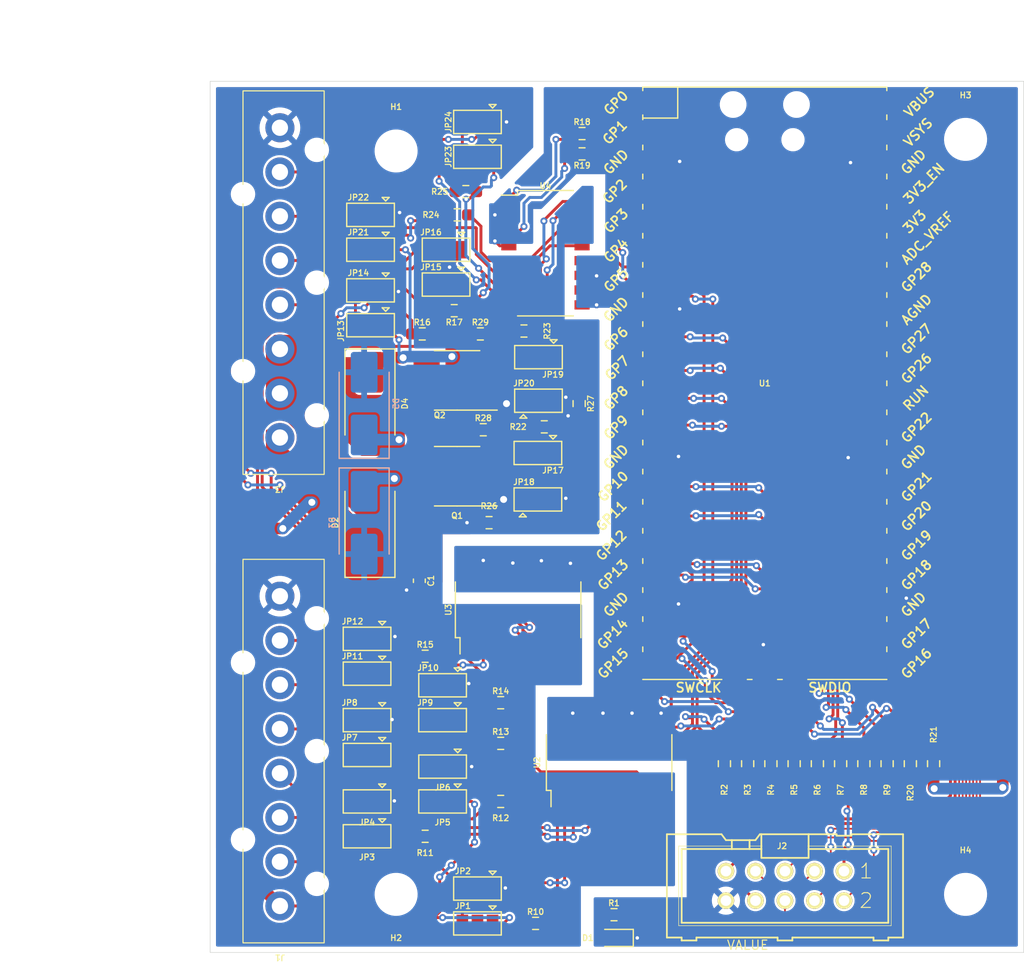
<source format=kicad_pcb>
(kicad_pcb (version 20221018) (generator pcbnew)
  (layers (0 "F.Cu" signal) (31 "B.Cu" signal) (34 "B.Paste" user) (35 "F.Paste" user) (36 "B.SilkS" user "B.Silkscreen") (37 "F.SilkS" user "F.Silkscreen") (38 "B.Mask" user) (39 "F.Mask" user) (44 "Edge.Cuts" user))
  (net 0 "")
  (net 1 "+24V")
  (net 2 "GNDA")
  (net 3 "GND")
  (net 4 "Net-(D1-A)")
  (net 5 "OUT1")
  (net 6 "OUT2")
  (net 7 "IN1")
  (net 8 "IN2")
  (net 9 "IN3")
  (net 10 "IN4")
  (net 11 "IN5")
  (net 12 "IN6")
  (net 13 "+3V3")
  (net 14 "SPI_CS")
  (net 15 "SPI_MOSI")
  (net 16 "SPI_MISO")
  (net 17 "SPI_CLK")
  (net 18 "I2C_SCL")
  (net 19 "I2C_SDA")
  (net 20 "UART_RX")
  (net 21 "UART_TX")
  (net 22 "IN7")
  (net 23 "IN8")
  (net 24 "IN9")
  (net 25 "IN10")
  (net 26 "Net-(JP1-C)")
  (net 27 "Net-(JP2-C)")
  (net 28 "Net-(JP3-C)")
  (net 29 "Net-(JP4-C)")
  (net 30 "Net-(JP5-C)")
  (net 31 "Net-(JP6-C)")
  (net 32 "Net-(JP7-C)")
  (net 33 "Net-(JP8-C)")
  (net 34 "Net-(JP9-C)")
  (net 35 "Net-(JP10-C)")
  (net 36 "Net-(JP11-C)")
  (net 37 "Net-(JP12-C)")
  (net 38 "Net-(JP13-C)")
  (net 39 "Net-(JP14-C)")
  (net 40 "Net-(JP15-C)")
  (net 41 "Net-(JP16-C)")
  (net 42 "Net-(JP17-C)")
  (net 43 "Net-(JP17-B)")
  (net 44 "Net-(JP18-A)")
  (net 45 "Net-(JP18-C)")
  (net 46 "Net-(JP19-C)")
  (net 47 "Net-(JP19-B)")
  (net 48 "Net-(JP20-A)")
  (net 49 "Net-(JP20-C)")
  (net 50 "Net-(JP21-C)")
  (net 51 "Net-(JP22-C)")
  (net 52 "Net-(JP23-C)")
  (net 53 "Net-(JP24-C)")
  (net 54 "O_LED")
  (net 55 "S_IN1")
  (net 56 "S_IN2")
  (net 57 "S_IN3")
  (net 58 "S_IN4")
  (net 59 "S_IN5")
  (net 60 "S_IN6")
  (net 61 "S_IN7")
  (net 62 "S_IN8")
  (net 63 "Net-(R10-Pad1)")
  (net 64 "Net-(R11-Pad1)")
  (net 65 "Net-(R12-Pad1)")
  (net 66 "Net-(R13-Pad1)")
  (net 67 "Net-(R14-Pad1)")
  (net 68 "Net-(R15-Pad1)")
  (net 69 "Net-(R16-Pad1)")
  (net 70 "Net-(R17-Pad1)")
  (net 71 "S_OUT1")
  (net 72 "Net-(R18-Pad2)")
  (net 73 "S_OUT2")
  (net 74 "Net-(R19-Pad2)")
  (net 75 "S_IN9")
  (net 76 "S_IN10")
  (net 77 "Net-(R22-Pad1)")
  (net 78 "Net-(R23-Pad1)")
  (net 79 "Net-(R24-Pad1)")
  (net 80 "Net-(R25-Pad1)")
  (footprint "Resistor_SMD:R_0603_1608Metric_Pad0.98x0.95mm_HandSolder" (layer "F.Cu") (at 154.25 121.75 90)
    (fp_text reference "R3")
    (fp_text value "10k")
  )
  (footprint "Resistor_SMD:R_0603_1608Metric_Pad0.98x0.95mm_HandSolder" (layer "F.Cu") (at 136.75 92.75 180)
    (fp_text reference "R22")
    (fp_text value "47k")
  )
  (footprint "Jumper:SolderJumper-3_P1.3mm_Open_Pad1.0x1.5mm" (layer "F.Cu") (at 121.8 84 180)
    (fp_text reference "JP13")
    (fp_text value "SolderJumper_3_Open")
  )
  (footprint "Resistor_SMD:R_0603_1608Metric_Pad0.98x0.95mm_HandSolder" (layer "F.Cu") (at 132 101)
    (fp_text reference "R26")
    (fp_text value "47k")
  )
  (footprint "MountingHole:MountingHole_3.2mm_M3_DIN965" (layer "F.Cu") (at 173 133)
    (fp_text reference "H4")
    (fp_text value "MountingHole")
  )
  (footprint "con-harting-ml:con-harting-ml-ML10" (layer "F.Cu") (at 157.46 132.27 180)
    (fp_text reference "J2")
    (fp_text value "Conn_02x05_Odd_Even" hide)
  )
  (footprint "Jumper:SolderJumper-3_P1.3mm_Open_Pad1.0x1.5mm" (layer "F.Cu") (at 131 66.5 180)
    (fp_text reference "JP24")
    (fp_text value "SolderJumper_3_Open")
  )
  (footprint "Resistor_SMD:R_0603_1608Metric_Pad0.98x0.95mm_HandSolder" (layer "F.Cu") (at 142.75 134.75)
    (fp_text reference "R1")
    (fp_text value "470")
  )
  (footprint "Jumper:SolderJumper-3_P1.3mm_Open_Pad1.0x1.5mm" (layer "F.Cu") (at 131 135.5 180)
    (fp_text reference "JP1")
    (fp_text value "SolderJumper_3_Open")
  )
  (footprint "Jumper:SolderJumper-3_P1.3mm_Open_Pad1.0x1.5mm" (layer "F.Cu") (at 128.3 80.5 180)
    (fp_text reference "JP15")
    (fp_text value "SolderJumper_3_Open")
  )
  (footprint "Resistor_SMD:R_0603_1608Metric_Pad0.98x0.95mm_HandSolder" (layer "F.Cu") (at 156.25 121.75 90)
    (fp_text reference "R4")
    (fp_text value "10k")
  )
  (footprint "Package_SO:SO-8_3.9x4.9mm_P1.27mm" (layer "F.Cu") (at 129.25 97 180)
    (fp_text reference "Q1")
    (fp_text value "IRF7343")
  )
  (footprint "Resistor_SMD:R_0603_1608Metric_Pad0.98x0.95mm_HandSolder" (layer "F.Cu") (at 126.5 112.5 180)
    (fp_text reference "R15")
    (fp_text value "4k7")
  )
  (footprint "Resistor_SMD:R_0603_1608Metric_Pad0.98x0.95mm_HandSolder" (layer "F.Cu") (at 126.25 84.75 180)
    (fp_text reference "R16")
    (fp_text value "4k7")
  )
  (footprint "Package_SO:SO-8_3.9x4.9mm_P1.27mm" (layer "F.Cu") (at 129.25 88.75 180)
    (fp_text reference "Q2")
    (fp_text value "IRF7343")
  )
  (footprint "Jumper:SolderJumper-3_P1.3mm_Open_Pad1.0x1.5mm" (layer "F.Cu") (at 121.8 74.5 180)
    (fp_text reference "JP22")
    (fp_text value "SolderJumper_3_Open")
  )
  (footprint "MountingHole:MountingHole_3.2mm_M3_DIN965" (layer "F.Cu") (at 124 69)
    (fp_text reference "H1")
    (fp_text value "MountingHole")
  )
  (footprint "Package_SO:SOP-16_4.4x10.4mm_P1.27mm" (layer "F.Cu") (at 142.33 121.65 90)
    (fp_text reference "U2")
    (fp_text value "LTV-247")
  )
  (footprint "Resistor_SMD:R_0603_1608Metric_Pad0.98x0.95mm_HandSolder" (layer "F.Cu") (at 139.75 90.75 90)
    (fp_text reference "R27")
    (fp_text value "47k")
  )
  (footprint "Resistor_SMD:R_0603_1608Metric_Pad0.98x0.95mm_HandSolder" (layer "F.Cu") (at 129.25 74.5 180)
    (fp_text reference "R24")
    (fp_text value "4k7")
  )
  (footprint "Package_SO:SOP-16_4.4x10.4mm_P1.27mm" (layer "F.Cu") (at 134.5 108.5 90)
    (fp_text reference "U3")
    (fp_text value "LTV-247")
  )
  (footprint "Jumper:SolderJumper-3_P1.3mm_Open_Pad1.0x1.5mm" (layer "F.Cu") (at 121.5 118 180)
    (fp_text reference "JP8")
    (fp_text value "SolderJumper_3_Open")
  )
  (footprint "Jumper:SolderJumper-3_P1.3mm_Open_Pad1.0x1.5mm" (layer "F.Cu") (at 128.3 77.5 180)
    (fp_text reference "JP16")
    (fp_text value "SolderJumper_3_Open")
  )
  (footprint "Resistor_SMD:R_0603_1608Metric_Pad0.98x0.95mm_HandSolder" (layer "F.Cu") (at 130 72.5 180)
    (fp_text reference "R25")
    (fp_text value "4k7")
  )
  (footprint "Resistor_SMD:R_0603_1608Metric_Pad0.98x0.95mm_HandSolder" (layer "F.Cu") (at 129 82.75 180)
    (fp_text reference "R17")
    (fp_text value "4k7")
  )
  (footprint "Resistor_SMD:R_0603_1608Metric_Pad0.98x0.95mm_HandSolder" (layer "F.Cu") (at 135 84.5)
    (fp_text reference "R23")
    (fp_text value "47k")
  )
  (footprint "Resistor_SMD:R_0603_1608Metric_Pad0.98x0.95mm_HandSolder" (layer "F.Cu") (at 158.25 121.75 90)
    (fp_text reference "R5")
    (fp_text value "10k")
  )
  (footprint "Diode_SMD:D_SMB_Handsoldering" (layer "F.Cu") (at 121.75 101 90)
    (fp_text reference "D2")
    (fp_text value "MBRS240")
  )
  (footprint "Jumper:SolderJumper-3_P1.3mm_Open_Pad1.0x1.5mm" (layer "F.Cu") (at 136.2 99)
    (fp_text reference "JP18")
    (fp_text value "SolderJumper_3_Open")
  )
  (footprint "Resistor_SMD:R_0603_1608Metric_Pad0.98x0.95mm_HandSolder" (layer "F.Cu") (at 140 67.5 180)
    (fp_text reference "R18")
    (fp_text value "470")
  )
  (footprint "cc_con-lst:LSA-IDC381-8" (layer "F.Cu") (at 114 93.67 180)
    (fp_text reference "J3")
    (fp_text value "Conn_01x08")
  )
  (footprint "Resistor_SMD:R_0603_1608Metric_Pad0.98x0.95mm_HandSolder" (layer "F.Cu") (at 133 116.5 180)
    (fp_text reference "R14")
    (fp_text value "4k7")
  )
  (footprint "Resistor_SMD:R_0603_1608Metric_Pad0.98x0.95mm_HandSolder" (layer "F.Cu") (at 126.5 128 180)
    (fp_text reference "R11")
    (fp_text value "4k7")
  )
  (footprint "MountingHole:MountingHole_3.2mm_M3_DIN965" (layer "F.Cu") (at 124 133)
    (fp_text reference "H2")
    (fp_text value "MountingHole")
  )
  (footprint "Resistor_SMD:R_0603_1608Metric_Pad0.98x0.95mm_HandSolder" (layer "F.Cu") (at 152.25 121.75 90)
    (fp_text reference "R2")
    (fp_text value "10k")
  )
  (footprint "Jumper:SolderJumper-3_P1.3mm_Open_Pad1.0x1.5mm" (layer "F.Cu") (at 131 69.5 180)
    (fp_text reference "JP23")
    (fp_text value "SolderJumper_3_Open")
  )
  (footprint "Resistor_SMD:R_0603_1608Metric_Pad0.98x0.95mm_HandSolder" (layer "F.Cu") (at 164.25 121.75 90)
    (fp_text reference "R8")
    (fp_text value "10k")
  )
  (footprint "Jumper:SolderJumper-3_P1.3mm_Open_Pad1.0x1.5mm" (layer "F.Cu") (at 128 125 180)
    (fp_text reference "JP5")
    (fp_text value "SolderJumper_3_Open")
  )
  (footprint "Jumper:SolderJumper-3_P1.3mm_Open_Pad1.0x1.5mm" (layer "F.Cu") (at 136.25 86.75 180)
    (fp_text reference "JP19")
    (fp_text value "SolderJumper_3_Open")
  )
  (footprint "LED_SMD:LED_0603_1608Metric_Pad1.05x0.95mm_HandSolder" (layer "F.Cu") (at 142.75 136.75 180)
    (fp_text reference "D1")
    (fp_text value "LED")
  )
  (footprint "Resistor_SMD:R_0603_1608Metric_Pad0.98x0.95mm_HandSolder" (layer "F.Cu") (at 136 135.5 180)
    (fp_text reference "R10")
    (fp_text value "4k7")
  )
  (footprint "Resistor_SMD:R_0603_1608Metric_Pad0.98x0.95mm_HandSolder" (layer "F.Cu") (at 166.25 121.75 90)
    (fp_text reference "R9")
    (fp_text value "10k")
  )
  (footprint "Resistor_SMD:R_0603_1608Metric_Pad0.98x0.95mm_HandSolder" (layer "F.Cu") (at 168.25 121.75 90)
    (fp_text reference "R20")
    (fp_text value "10k")
  )
  (footprint "Capacitor_SMD:C_0603_1608Metric_Pad1.08x0.95mm_HandSolder" (layer "F.Cu") (at 126 106 -90)
    (fp_text reference "C1")
    (fp_text value "100n/50V")
  )
  (footprint "cc_con-lst:LSA-IDC381-8" (layer "F.Cu") (at 114 134 180)
    (fp_text reference "J1")
    (fp_text value "Conn_01x08")
  )
  (footprint "MountingHole:MountingHole_3.2mm_M3_DIN965" (layer "F.Cu") (at 173 68)
    (fp_text reference "H3")
    (fp_text value "MountingHole")
  )
  (footprint "Jumper:SolderJumper-3_P1.3mm_Open_Pad1.0x1.5mm" (layer "F.Cu") (at 121.5 128 180)
    (fp_text reference "JP3")
    (fp_text value "SolderJumper_3_Open")
  )
  (footprint "Package_SO:SOP-16_4.4x10.4mm_P1.27mm" (layer "F.Cu") (at 136.85 77.8)
    (fp_text reference "U4")
    (fp_text value "LTV-247")
  )
  (footprint "Resistor_SMD:R_0603_1608Metric_Pad0.98x0.95mm_HandSolder" (layer "F.Cu") (at 133 120 180)
    (fp_text reference "R13")
    (fp_text value "4k7")
  )
  (footprint "Jumper:SolderJumper-3_P1.3mm_Open_Pad1.0x1.5mm" (layer "F.Cu") (at 136.25 90.5)
    (fp_text reference "JP20")
    (fp_text value "SolderJumper_3_Open")
  )
  (footprint "Resistor_SMD:R_0603_1608Metric_Pad0.98x0.95mm_HandSolder" (layer "F.Cu") (at 140 69.25 180)
    (fp_text reference "R19")
    (fp_text value "470")
  )
  (footprint "Jumper:SolderJumper-3_P1.3mm_Open_Pad1.0x1.5mm" (layer "F.Cu") (at 121.5 125 180)
    (fp_text reference "JP4")
    (fp_text value "SolderJumper_3_Open")
  )
  (footprint "Resistor_SMD:R_0603_1608Metric_Pad0.98x0.95mm_HandSolder" (layer "F.Cu") (at 133 125 180)
    (fp_text reference "R12")
    (fp_text value "4k7")
  )
  (footprint "Jumper:SolderJumper-3_P1.3mm_Open_Pad1.0x1.5mm" (layer "F.Cu") (at 121.5 111 180)
    (fp_text reference "JP12")
    (fp_text value "SolderJumper_3_Open")
  )
  (footprint "Jumper:SolderJumper-3_P1.3mm_Open_Pad1.0x1.5mm" (layer "F.Cu") (at 121.5 121 180)
    (fp_text reference "JP7")
    (fp_text value "SolderJumper_3_Open")
  )
  (footprint "Resistor_SMD:R_0603_1608Metric_Pad0.98x0.95mm_HandSolder" (layer "F.Cu") (at 160.25 121.75 90)
    (fp_text reference "R6")
    (fp_text value "10k")
  )
  (footprint "Jumper:SolderJumper-3_P1.3mm_Open_Pad1.0x1.5mm" (layer "F.Cu") (at 128 118 180)
    (fp_text reference "JP9")
    (fp_text value "SolderJumper_3_Open")
  )
  (footprint "Jumper:SolderJumper-3_P1.3mm_Open_Pad1.0x1.5mm" (layer "F.Cu") (at 121.8 77.5 180)
    (fp_text reference "JP21")
    (fp_text value "SolderJumper_3_Open")
  )
  (footprint "Resistor_SMD:R_0603_1608Metric_Pad0.98x0.95mm_HandSolder" (layer "F.Cu") (at 170.25 121.75 90)
    (fp_text reference "R21")
    (fp_text value "10k")
  )
  (footprint "Jumper:SolderJumper-3_P1.3mm_Open_Pad1.0x1.5mm" (layer "F.Cu") (at 136.2 95 180)
    (fp_text reference "JP17")
    (fp_text value "SolderJumper_3_Open")
  )
  (footprint "Jumper:SolderJumper-3_P1.3mm_Open_Pad1.0x1.5mm" (layer "F.Cu") (at 131 132.5 180)
    (fp_text reference "JP2")
    (fp_text value "SolderJumper_3_Open")
  )
  (footprint "Jumper:SolderJumper-3_P1.3mm_Open_Pad1.0x1.5mm" (layer "F.Cu") (at 128 122 180)
    (fp_text reference "JP6")
    (fp_text value "SolderJumper_3_Open")
  )
  (footprint "Resistor_SMD:R_0603_1608Metric_Pad0.98x0.95mm_HandSolder" (layer "F.Cu") (at 131.5 93 180)
    (fp_text reference "R28")
    (fp_text value "47k")
  )
  (footprint "Jumper:SolderJumper-3_P1.3mm_Open_Pad1.0x1.5mm" (layer "F.Cu") (at 121.5 114 180)
    (fp_text reference "JP11")
    (fp_text value "SolderJumper_3_Open")
  )
  (footprint "Diode_SMD:D_SMB_Handsoldering" (layer "F.Cu") (at 121.75 90.75 -90)
    (fp_text reference "D4")
    (fp_text value "MBRS240")
  )
  (footprint "Resistor_SMD:R_0603_1608Metric_Pad0.98x0.95mm_HandSolder" (layer "F.Cu") (at 131.25 84.75 180)
    (fp_text reference "R29")
    (fp_text value "47k")
  )
  (footprint "Jumper:SolderJumper-3_P1.3mm_Open_Pad1.0x1.5mm" (layer "F.Cu") (at 121.8 81 180)
    (fp_text reference "JP14")
    (fp_text value "SolderJumper_3_Open")
  )
  (footprint "rpi-pico:RPi_Pico_SMDonly" (layer "F.Cu") (at 155.725 89)
    (fp_text reference "U1")
    (fp_text value "Pico")
  )
  (footprint "Resistor_SMD:R_0603_1608Metric_Pad0.98x0.95mm_HandSolder" (layer "F.Cu") (at 162.25 121.75 90)
    (fp_text reference "R7")
    (fp_text value "10k")
  )
  (footprint "Jumper:SolderJumper-3_P1.3mm_Open_Pad1.0x1.5mm" (layer "F.Cu") (at 128 115 180)
    (fp_text reference "JP10")
    (fp_text value "SolderJumper_3_Open")
  )
  (footprint "Diode_SMD:D_SMB_Handsoldering" (layer "B.Cu") (at 121.25 101 -90)
    (fp_text reference "D3")
    (fp_text value "MBRS240")
  )
  (footprint "Diode_SMD:D_SMB_Handsoldering" (layer "B.Cu") (at 121.25 90.75 90)
    (fp_text reference "D5")
    (fp_text value "MBRS240")
  )
  (gr_line (start 108 138) (end 108 63) (stroke (width 0.05)) (layer "Edge.Cuts"))
  (gr_line (start 108 63) (end 178 63) (stroke (width 0.05)) (layer "Edge.Cuts"))
  (gr_line (start 178 138) (end 108 138) (stroke (width 0.05)) (layer "Edge.Cuts"))
  (gr_line (start 178 63) (end 178 138) (stroke (width 0.05)) (layer "Edge.Cuts"))
  (segment (start 122.8 115) (end 122.3 115.5) (width 0.25) (layer "F.Cu") (net 1))
  (segment (start 121.75 103.25) (end 121.75 103.7) (width 1) (layer "F.Cu") (net 1))
  (segment (start 122 122.75) (end 117 122.75) (width 0.25) (layer "F.Cu") (net 1))
  (segment (start 128.965 96.365) (end 128.9 96.3) (width 0.25) (layer "F.Cu") (net 1))
  (segment (start 111.5 111.25) (end 109 111.25) (width 0.25) (layer "F.Cu") (net 1))
  (segment (start 117 122.75) (end 115 120.75) (width 0.25) (layer "F.Cu") (net 1))
  (segment (start 109 129) (end 109 120.75) (width 1) (layer "F.Cu") (net 1))
  (segment (start 124.75 117.25) (end 124 116.5) (width 0.25) (layer "F.Cu") (net 1))
  (segment (start 118.5 115.5) (end 116 113) (width 0.25) (layer "F.Cu") (net 1))
  (segment (start 123.1 84) (end 123.1 84.1) (width 0.25) (layer "F.Cu") (net 1))
  (segment (start 128 135) (end 127.5 135) (width 0.25) (layer "F.Cu") (net 1))
  (segment (start 124.75 118.5) (end 124.75 117.25) (width 0.25) (layer "F.Cu") (net 1))
  (segment (start 122.3 129.5) (end 116.75 129.5) (width 0.25) (layer "F.Cu") (net 1))
  (segment (start 133.25 135.5) (end 133.75 135) (width 0.25) (layer "F.Cu") (net 1))
  (segment (start 131.825 88.115) (end 136.685 88.115) (width 0.25) (layer "F.Cu") (net 1))
  (segment (start 128.9 88.1) (end 128.9 86.8) (width 1) (layer "F.Cu") (net 1))
  (segment (start 122.8 121) (end 122.8 121.95) (width 0.25) (layer "F.Cu") (net 1))
  (segment (start 130.3375 85.1625) (end 128.8 86.7) (width 0.25) (layer "F.Cu") (net 1))
  (segment (start 115.25 116.5) (end 115 116.75) (width 0.25) (layer "F.Cu") (net 1))
  (segment (start 117.25 98.75) (end 121.75 103.25) (width 1) (layer "F.Cu") (net 1))
  (segment (start 125.75 136.5) (end 119 136.5) (width 0.25) (layer "F.Cu") (net 1))
  (segment (start 129.3 125) (end 130.5 125) (width 0.25) (layer "F.Cu") (net 1))
  (segment (start 130.5 125) (end 130.75 125.25) (width 0.25) (layer "F.Cu") (net 1))
  (segment (start 124.6 86.8) (end 123 86.8) (width 1) (layer "F.Cu") (net 1))
  (segment (start 131.825 96.365) (end 128.965 96.365) (width 1) (layer "F.Cu") (net 1))
  (segment (start 123.1 77.5) (end 124.8 77.5) (width 0.25) (layer "F.Cu") (net 1))
  (segment (start 125.2 103.7) (end 126 104.5) (width 1) (layer "F.Cu") (net 1))
  (segment (start 129.3 118) (end 129.3 119) (width 0.25) (layer "F.Cu") (net 1))
  (segment (start 129.6 80.5) (end 131 81.9) (width 0.25) (layer "F.Cu") (net 1))
  (segment (start 131 81.9) (end 131 81.7) (width 0.25) (layer "F.Cu") (net 1))
  (segment (start 128.9 95) (end 128.9 93) (width 1) (layer "F.Cu") (net 1))
  (segment (start 123 86.8) (end 121.75 88.05) (width 1) (layer "F.Cu") (net 1))
  (segment (start 115.75 128.5) (end 113 128.5) (width 0.25) (layer "F.Cu") (net 1))
  (segment (start 131.825 96.365) (end 137.135 96.365) (width 0.25) (layer "F.Cu") (net 1))
  (segment (start 126 104.5) (end 126 105.1375) (width 1) (layer "F.Cu") (net 1))
  (segment (start 110.75 130.75) (end 109 129) (width 1) (layer "F.Cu") (net 1))
  (segment (start 128.9 93) (end 128.9 89.8) (width 1) (layer "F.Cu") (net 1))
  (segment (start 113 128.5) (end 110.75 130.75) (width 0.25) (layer "F.Cu") (net 1))
  (segment (start 109 116.5) (end 109 111.25) (width 1) (layer "F.Cu") (net 1))
  (segment (start 109 120.75) (end 109 116.5) (width 1) (layer "F.Cu") (net 1))
  (segment (start 122.3 115.5) (end 118.5 115.5) (width 0.25) (layer "F.Cu") (net 1))
  (segment (start 116.5 134) (end 114 134) (width 0.25) (layer "F.Cu") (net 1))
  (segment (start 129.099002 119.200998) (end 125.450998 119.200998) (width 0.25) (layer "F.Cu") (net 1))
  (segment (start 114 134) (end 110.75 130.75) (width 1) (layer "F.Cu") (net 1))
  (segment (start 132.4 69.6) (end 132.3 69.5) (width 0.25) (layer "F.Cu") (net 1))
  (segment (start 127.5 135) (end 127.375 134.875) (width 0.25) (layer "F.Cu") (net 1))
  (segment (start 129.3 119) (end 129.099002 119.200998) (width 0.25) (layer "F.Cu") (net 1))
  (segment (start 131.825 88.115) (end 128.915 88.115) (width 1) (layer "F.Cu") (net 1))
  (segment (start 136.685 88.115) (end 137.55 87.25) (width 0.25) (layer "F.Cu") (net 1))
  (segment (start 132.3 135.5) (end 133.25 135.5) (width 0.25) (layer "F.Cu") (net 1))
  (segment (start 112 101.5) (end 114.25 101.5) (width 1) (layer "F.Cu") (net 1))
  (segment (start 128.915 88.115) (end 128.9 88.1) (width 0.25) (layer "F.Cu") (net 1))
  (segment (start 130.5875 93) (end 128.9 93) (width 0.25) (layer "F.Cu") (net 1))
  (segment (start 128.9 96.3) (end 128.9 95) (width 1) (layer "F.Cu") (net 1))
  (segment (start 127.375 134.875) (end 125.75 136.5) (width 0.25) (layer "F.Cu") (net 1))
  (segment (start 114 95.5) (end 117.25 98.75) (width 1) (layer "F.Cu") (net 1))
  (segment (start 122.8 121.95) (end 122 122.75) (width 0.25) (layer "F.Cu") (net 1))
  (segment (start 119 136.5) (end 116.5 134) (width 0.25) (layer "F.Cu") (net 1))
  (segment (start 115 116.75) (end 109.25 116.75) (width 0.25) (layer "F.Cu") (net 1))
  (segment (start 117.25 98.75) (end 116.75 99.25) (width 1) (layer "F.Cu") (net 1))
  (segment (start 122.8 129) (end 122.3 129.5) (width 0.25) (layer "F.Cu") (net 1))
  (segment (start 125.450998 119.200998) (end 124.75 118.5) (width 0.25) (layer "F.Cu") (net 1))
  (segment (start 122.8 128) (end 122.8 129) (width 0.25) (layer "F.Cu") (net 1))
  (segment (start 123.1 84.1) (end 124.25 85.25) (width 0.25) (layer "F.Cu") (net 1))
  (segment (start 128.9 100) (end 128.9 96.3) (width 1) (layer "F.Cu") (net 1))
  (segment (start 131 81.9) (end 131 84.0875) (width 0.25) (layer "F.Cu") (net 1))
  (segment (start 137.5 96) (end 137.5 95) (width 0.25) (layer "F.Cu") (net 1))
  (segment (start 113.25 113) (end 111.5 111.25) (width 0.25) (layer "F.Cu") (net 1))
  (segment (start 116.75 129.5) (end 115.75 128.5) (width 0.25) (layer "F.Cu") (net 1))
  (segment (start 137.135 96.365) (end 137.5 96) (width 0.25) (layer "F.Cu") (net 1))
  (segment (start 130.3375 84.75) (end 130.3375 85.1625) (width 0.25) (layer "F.Cu") (net 1))
  (segment (start 109 111.25) (end 109 104.5) (width 1) (layer "F.Cu") (net 1))
  (segment (start 132.4 71.3) (end 132.4 69.6) (width 0.25) (layer "F.Cu") (net 1))
  (segment (start 116 113) (end 113.25 113) (width 0.25) (layer "F.Cu") (net 1))
  (segment (start 115 120.75) (end 109 120.75) (width 0.25) (layer "F.Cu") (net 1))
  (segment (start 131 81.7) (end 131.5 81.2) (width 0.25) (layer "F.Cu") (net 1))
  (segment (start 109.25 116.75) (end 109 116.5) (width 0.25) (layer "F.Cu") (net 1))
  (segment (start 122.8 114) (end 122.8 115) (width 0.25) (layer "F.Cu") (net 1))
  (segment (start 128.9 86.8) (end 128.8 86.7) (width 1) (layer "F.Cu") (net 1))
  (segment (start 128.9 89.8) (end 128.9 88.1) (width 1) (layer "F.Cu") (net 1))
  (segment (start 137.55 87.25) (end 137.55 86.75) (width 0.25) (layer "F.Cu") (net 1))
  (segment (start 127.75 134.5) (end 127.375 134.875) (width 0.25) (layer "F.Cu") (net 1))
  (segment (start 131 84.0875) (end 130.3375 84.75) (width 0.25) (layer "F.Cu") (net 1))
  (segment (start 114 93.67) (end 114 95.5) (width 1) (layer "F.Cu") (net 1))
  (segment (start 125.2 103.7) (end 128.9 100) (width 1) (layer "F.Cu") (net 1))
  (segment (start 127.75 131.5) (end 127.75 134.5) (width 0.25) (layer "F.Cu") (net 1))
  (segment (start 124 116.5) (end 115.25 116.5) (width 0.25) (layer "F.Cu") (net 1))
  (segment (start 109 104.5) (end 112 101.5) (width 1) (layer "F.Cu") (net 1))
  (segment (start 121.75 103.7) (end 125.2 103.7) (width 1) (layer "F.Cu") (net 1))
  (segment (start 130.75 128.5) (end 128.75 130.5) (width 0.25) (layer "F.Cu") (net 1))
  (via (at 130.75 128.5) (size 0.6) (drill 0.3) (layers "F.Cu" "B.Cu") (net 1))
  (via (at 124.6 86.8) (size 1) (drill 0.6) (layers "F.Cu" "B.Cu") (net 1))
  (via (at 127.75 131.5) (size 0.6) (drill 0.3) (layers "F.Cu" "B.Cu") (net 1))
  (via (at 132.4 71.3) (size 0.6) (drill 0.3) (layers "F.Cu" "B.Cu") (net 1))
  (via (at 116.75 99.25) (size 1) (drill 0.6) (layers "F.Cu" "B.Cu") (net 1))
  (via (at 128.75 130.5) (size 0.6) (drill 0.3) (layers "F.Cu" "B.Cu") (net 1))
  (via (at 128.8 86.7) (size 1) (drill 0.6) (layers "F.Cu" "B.Cu") (net 1))
  (via (at 124.8 77.5) (size 0.6) (drill 0.3) (layers "F.Cu" "B.Cu") (net 1))
  (via (at 133.75 135) (size 0.6) (drill 0.3) (layers "F.Cu" "B.Cu") (net 1))
  (via (at 124.25 85.25) (size 0.6) (drill 0.3) (layers "F.Cu" "B.Cu") (net 1))
  (via (at 130.75 125.25) (size 0.6) (drill 0.3) (layers "F.Cu" "B.Cu") (net 1))
  (via (at 131.5 81.2) (size 0.6) (drill 0.3) (layers "F.Cu" "B.Cu") (net 1))
  (via (at 128 135) (size 0.6) (drill 0.3) (layers "F.Cu" "B.Cu") (net 1))
  (via (at 114.25 101.5) (size 1) (drill 0.6) (layers "F.Cu" "B.Cu") (net 1))
  (segment (start 130.6 73) (end 131.5 72.1) (width 0.25) (layer "B.Cu") (net 1))
  (segment (start 128.8 86.7) (end 125.2 86.7) (width 1) (layer "B.Cu") (net 1))
  (segment (start 116.5 99.25) (end 114.25 101.5) (width 1) (layer "B.Cu") (net 1))
  (segment (start 130.75 125.25) (end 130.75 128.5) (width 0.25) (layer "B.Cu") (net 1))
  (segment (start 125.2 86.7) (end 124.7 86.7) (width 1) (layer "B.Cu") (net 1))
  (segment (start 132 78.8) (end 130.6 77.4) (width 0.25) (layer "B.Cu") (net 1))
  (segment (start 130.6 74.1) (end 130.6 73) (width 0.25) (layer "B.Cu") (net 1))
  (segment (start 124.8 77.5) (end 125.2 77.9) (width 0.25) (layer "B.Cu") (net 1))
  (segment (start 131.5 72.1) (end 132.1 72.1) (width 0.25) (layer "B.Cu") (net 1))
  (segment (start 132 80.7) (end 132 78.8) (width 0.25) (layer "B.Cu") (net 1))
  (segment (start 124.25 85.25) (end 124.25 86.45) (width 0.25) (layer "B.Cu") (net 1))
  (segment (start 132.2 71.5) (end 132.4 71.3) (width 0.25) (layer "B.Cu") (net 1))
  (segment (start 132.1 72.1) (end 132.2 72) (width 0.25) (layer "B.Cu") (net 1))
  (segment (start 130.6 77.4) (end 130.6 74.1) (width 0.25) (layer "B.Cu") (net 1))
  (segment (start 124.7 86.7) (end 124.6 86.8) (width 1) (layer "B.Cu") (net 1))
  (segment (start 132.2 72) (end 132.2 71.5) (width 0.25) (layer "B.Cu") (net 1))
  (segment (start 128.75 130.5) (end 127.75 131.5) (width 0.25) (layer "B.Cu") (net 1))
  (segment (start 131.5 81.2) (end 132 80.7) (width 0.25) (layer "B.Cu") (net 1))
  (segment (start 124.25 86.45) (end 124.6 86.8) (width 0.25) (layer "B.Cu") (net 1))
  (segment (start 133.75 135) (end 128 135) (width 0.25) (layer "B.Cu") (net 1))
  (segment (start 116.75 99.25) (end 116.5 99.25) (width 1) (layer "B.Cu") (net 1))
  (segment (start 125.2 77.9) (end 125.2 86.7) (width 0.25) (layer "B.Cu") (net 1))
  (segment (start 137.5 99) (end 138.5 99) (width 0.25) (layer "F.Cu") (net 2))
  (segment (start 122.8 118) (end 123.6 118) (width 0.25) (layer "F.Cu") (net 2))
  (segment (start 129.3 122) (end 130.5 122) (width 0.25) (layer "F.Cu") (net 2))
  (segment (start 123.7 111) (end 123.9 110.8) (width 0.25) (layer "F.Cu") (net 2))
  (segment (start 124.1 74.5) (end 124.3 74.3) (width 0.25) (layer "F.Cu") (net 2))
  (segment (start 131.0875 101) (end 130.1 101) (width 0.25) (layer "F.Cu") (net 2))
  (segment (start 129.6 77.5) (end 129.6 78) (width 0.25) (layer "F.Cu") (net 2))
  (segment (start 126 106.8625) (end 124.9625 106.8625) (width 0.25) (layer "F.Cu") (net 2))
  (segment (start 132.3 132.5) (end 133.35 132.5) (width 0.25) (layer "F.Cu") (net 2))
  (segment (start 139.75 91.6625) (end 138.9375 91.6625) (width 0.25) (layer "F.Cu") (net 2))
  (segment (start 129.3 115) (end 130.1 115) (width 0.25) (layer "F.Cu") (net 2))
  (segment (start 122.8 111) (end 123.7 111) (width 0.25) (layer "F.Cu") (net 2))
  (segment (start 123.6 118) (end 123.65 117.95) (width 0.25) (layer "F.Cu") (net 2))
  (segment (start 133.155 98.905) (end 133.25 99) (width 1) (layer "F.Cu") (net 2))
  (segment (start 138.3 90.5) (end 138.6 90.2) (width 0.25) (layer "F.Cu") (net 2))
  (segment (start 122.8 125) (end 123.8 125) (width 0.25) (layer "F.Cu") (net 2))
  (segment (start 133.35 132.5) (end 133.4 132.45) (width 0.25) (layer "F.Cu") (net 2))
  (segment (start 137.55 90.5) (end 138.3 90.5) (width 0.25) (layer "F.Cu") (net 2))
  (segment (start 123.8 125) (end 123.85 124.95) (width 0.25) (layer "F.Cu") (net 2))
  (segment (start 138.9375 91.6625) (end 138.8 91.8) (width 0.25) (layer "F.Cu") (net 2))
  (segment (start 138.5 99) (end 138.6 98.9) (width 0.25) (layer "F.Cu") (net 2))
  (segment (start 131.825 90.655) (end 133.405 90.655) (width 1) (layer "F.Cu") (net 2))
  (segment (start 129.6 78) (end 128.6 79) (width 0.25) (layer "F.Cu") (net 2))
  (segment (start 124.9625 106.8625) (end 124.9 106.8) (width 0.25) (layer "F.Cu") (net 2))
  (segment (start 123.1 74.5) (end 124.1 74.5) (width 0.25) (layer "F.Cu") (net 2))
  (segment (start 123.1 81) (end 124.1 81) (width 0.25) (layer "F.Cu") (net 2))
  (segment (start 124.1 81) (end 124.2 81.1) (width 0.25) (layer "F.Cu") (net 2))
  (segment (start 132.3 66.5) (end 133.5 66.5) (width 0.25) (layer "F.Cu") (net 2))
  (segment (start 133.405 90.655) (end 133.5 90.75) (width 1) (layer "F.Cu") (net 2))
  (segment (start 131.825 98.905) (end 133.155 98.905) (width 1) (layer "F.Cu") (net 2))
  (segment (start 130.1 115) (end 130.25 114.85) (width 0.25) (layer "F.Cu") (net 2))
  (via (at 133.5 90.75) (size 1) (drill 0.6) (layers "F.Cu" "B.Cu") (net 2))
  (via (at 133.25 99) (size 1) (drill 0.6) (layers "F.Cu" "B.Cu") (net 2))
  (via (at 128.6 79) (size 0.6) (drill 0.3) (layers "F.Cu" "B.Cu") (net 2))
  (via (at 133.5 66.5) (size 0.6) (drill 0.3) (layers "F.Cu" "B.Cu") (net 2))
  (via (at 124.2 81.1) (size 0.6) (drill 0.3) (layers "F.Cu" "B.Cu") (net 2))
  (via (at 130.5 122) (size 0.6) (drill 0.3) (layers "F.Cu" "B.Cu") (net 2))
  (via (at 124.9 106.8) (size 0.6) (drill 0.3) (layers "F.Cu" "B.Cu") (net 2))
  (via (at 138.6 90.2) (size 0.6) (drill 0.3) (layers "F.Cu" "B.Cu") (net 2))
  (via (at 138.6 98.9) (size 0.6) (drill 0.3) (layers "F.Cu" "B.Cu") (net 2))
  (via (at 138.8 91.8) (size 0.6) (drill 0.3) (layers "F.Cu" "B.Cu") (net 2))
  (via (at 123.65 117.95) (size 0.6) (drill 0.3) (layers "F.Cu" "B.Cu") (net 2))
  (via (at 130.25 114.85) (size 0.6) (drill 0.3) (layers "F.Cu" "B.Cu") (net 2))
  (via (at 123.85 124.95) (size 0.6) (drill 0.3) (layers "F.Cu" "B.Cu") (net 2))
  (via (at 133.4 132.45) (size 0.6) (drill 0.3) (layers "F.Cu" "B.Cu") (net 2))
  (via (at 123.9 110.8) (size 0.6) (drill 0.3) (layers "F.Cu" "B.Cu") (net 2))
  (via (at 124.3 74.3) (size 0.6) (drill 0.3) (layers "F.Cu" "B.Cu") (net 2))
  (via (at 130.1 101) (size 0.6) (drill 0.3) (layers "F.Cu" "B.Cu") (net 2))
  (segment (start 138.95 104.55) (end 139 104.5) (width 0.25) (layer "F.Cu") (net 3))
  (segment (start 133.86 105.35) (end 133.86 104.658528) (width 0.25) (layer "F.Cu") (net 3))
  (segment (start 146.835 82.65) (end 148.35 82.65) (width 0.25) (layer "F.Cu") (net 3))
  (segment (start 136.41 104.3645) (end 136.5 104.2745) (width 0.25) (layer "F.Cu") (net 3))
  (segment (start 133.7 74.63) (end 132.63 74.63) (width 0.25) (layer "F.Cu") (net 3))
  (segment (start 164.615 95.35) (end 162.95 95.35) (width 0.25) (layer "F.Cu") (net 3))
  (segment (start 155.725 111.625) (end 155.6 111.5) (width 0.25) (layer "F.Cu") (net 3))
  (segment (start 139.16 117.44) (end 139.2 117.4) (width 0.25) (layer "F.Cu") (net 3))
  (segment (start 146.78 117.42) (end 146.8 117.4) (width 0.25) (layer "F.Cu") (net 3))
  (segment (start 148.35 82.65) (end 148.4 82.6) (width 0.25) (layer "F.Cu") (net 3))
  (segment (start 141.69 118.5) (end 141.69 117.51) (width 0.25) (layer "F.Cu") (net 3))
  (segment (start 139.16 118.5) (end 139.16 117.44) (width 0.25) (layer "F.Cu") (net 3))
  (segment (start 131.33 104.42) (end 131.5 104.25) (width 0.25) (layer "F.Cu") (net 3))
  (segment (start 162.95 95.35) (end 162.9 95.4) (width 0.25) (layer "F.Cu") (net 3))
  (segment (start 131.33 105.35) (end 131.33 104.42) (width 0.25) (layer "F.Cu") (net 3))
  (segment (start 146.835 108.05) (end 148.25 108.05) (width 0.25) (layer "F.Cu") (net 3))
  (segment (start 143.625 136.75) (end 144.75 136.75) (width 0.15) (layer "F.Cu") (net 3))
  (segment (start 136.41 105.35) (end 136.41 104.3645) (width 0.25) (layer "F.Cu") (net 3))
  (segment (start 141.69 117.51) (end 141.8 117.4) (width 0.25) (layer "F.Cu") (net 3))
  (segment (start 132.91 77.16) (end 132.5 76.75) (width 0.25) (layer "F.Cu") (net 3))
  (segment (start 141.21 79.71) (end 141.25 79.75) (width 0.25) (layer "F.Cu") (net 3))
  (segment (start 140 79.71) (end 141.21 79.71) (width 0.25) (layer "F.Cu") (net 3))
  (segment (start 146.78 118.5) (end 146.78 117.42) (width 0.25) (layer "F.Cu") (net 3))
  (segment (start 163.15 69.95) (end 163.1 70) (width 0.25) (layer "F.Cu") (net 3))
  (segment (start 140 82.25) (end 141.25 82.25) (width 0.25) (layer "F.Cu") (net 3))
  (segment (start 148.25 108.05) (end 148.3 108) (width 0.25) (layer "F.Cu") (net 3))
  (segment (start 148.25 95.35) (end 148.3 95.3) (width 0.25) (layer "F.Cu") (net 3))
  (segment (start 144.24 117.46) (end 144.3 117.4) (width 0.25) (layer "F.Cu") (net 3))
  (segment (start 155.725 112.9) (end 155.725 111.625) (width 0.25) (layer "F.Cu") (net 3))
  (segment (start 167.35 108.05) (end 167.9 107.5) (width 0.25) (layer "F.Cu") (net 3))
  (segment (start 133.7 77.16) (end 132.91 77.16) (width 0.25) (layer "F.Cu") (net 3))
  (segment (start 146.835 95.35) (end 148.25 95.35) (width 0.25) (layer "F.Cu") (net 3))
  (segment (start 148.35 69.95) (end 148.4 69.9) (width 0.25) (layer "F.Cu") (net 3))
  (segment (start 132.63 74.63) (end 132.5 74.5) (width 0.25) (layer "F.Cu") (net 3))
  (segment (start 146.835 69.95) (end 148.35 69.95) (width 0.25) (layer "F.Cu") (net 3))
  (segment (start 164.615 108.05) (end 167.35 108.05) (width 0.25) (layer "F.Cu") (net 3))
  (segment (start 138.95 105.35) (end 138.95 104.55) (width 0.25) (layer "F.Cu") (net 3))
  (segment (start 133.86 104.658528) (end 134.044028 104.4745) (width 0.25) (layer "F.Cu") (net 3))
  (segment (start 164.615 69.95) (end 163.15 69.95) (width 0.25) (layer "F.Cu") (net 3))
  (segment (start 144.24 118.5) (end 144.24 117.46) (width 0.25) (layer "F.Cu") (net 3))
  (via (at 132.5 76.75) (size 0.6) (drill 0.3) (layers "F.Cu" "B.Cu") (net 3))
  (via (at 148.4 82.6) (size 0.6) (drill 0.3) (layers "F.Cu" "B.Cu") (net 3))
  (via (at 155.6 111.5) (size 0.6) (drill 0.3) (layers "F.Cu" "B.Cu") (net 3))
  (via (at 148.3 108) (size 0.6) (drill 0.3) (layers "F.Cu" "B.Cu") (net 3))
  (via (at 146.8 117.4) (size 0.6) (drill 0.3) (layers "F.Cu" "B.Cu") (net 3))
  (via (at 131.5 104.25) (size 0.6) (drill 0.3) (layers "F.Cu" "B.Cu") (net 3))
  (via (at 139 104.5) (size 0.6) (drill 0.3) (layers "F.Cu" "B.Cu") (net 3))
  (via (at 162.9 95.4) (size 0.6) (drill 0.3) (layers "F.Cu" "B.Cu") (net 3))
  (via (at 141.25 79.75) (size 0.6) (drill 0.3) (layers "F.Cu" "B.Cu") (net 3))
  (via (at 148.4 69.9) (size 0.6) (drill 0.3) (layers "F.Cu" "B.Cu") (net 3))
  (via (at 132.5 74.5) (size 0.6) (drill 0.3) (layers "F.Cu" "B.Cu") (net 3))
  (via (at 163.1 70) (size 0.6) (drill 0.3) (layers "F.Cu" "B.Cu") (net 3))
  (via (at 139.2 117.4) (size 0.6) (drill 0.3) (layers "F.Cu" "B.Cu") (net 3))
  (via (at 167.9 107.5) (size 0.6) (drill 0.3) (layers "F.Cu" "B.Cu") (net 3))
  (via (at 144.75 136.75) (size 0.6) (drill 0.3) (layers "F.Cu" "B.Cu") (net 3))
  (via (at 134.044028 104.4745) (size 0.6) (drill 0.3) (layers "F.Cu" "B.Cu") (net 3))
  (via (at 136.5 104.2745) (size 0.6) (drill 0.3) (layers "F.Cu" "B.Cu") (net 3))
  (via (at 148.3 95.3) (size 0.6) (drill 0.3) (layers "F.Cu" "B.Cu") (net 3))
  (via (at 141.8 117.4) (size 0.6) (drill 0.3) (layers "F.Cu" "B.Cu") (net 3))
  (via (at 141.25 82.25) (size 0.6) (drill 0.3) (layers "F.Cu" "B.Cu") (net 3))
  (via (at 144.3 117.4) (size 0.6) (drill 0.3) (layers "F.Cu" "B.Cu") (net 3))
  (segment (start 141.8375 136.7125) (end 141.875 136.75) (width 0.15) (layer "F.Cu") (net 4))
  (segment (start 141.8375 134.75) (end 141.8375 136.7125) (width 0.15) (layer "F.Cu") (net 4))
  (segment (start 122.75 98.3) (end 123.85 97.2) (width 1) (layer "F.Cu") (net 5))
  (segment (start 126.675 97.635) (end 126.675 98.905) (width 1) (layer "F.Cu") (net 5))
  (segment (start 114 89.86) (end 114 90.982994) (width 1) (layer "F.Cu") (net 5))
  (segment (start 126.675 96.365) (end 126.675 97.635) (width 1) (layer "F.Cu") (net 5))
  (segment (start 122.355 98.905) (end 121.75 98.3) (width 1) (layer "F.Cu") (net 5))
  (segment (start 114 90.982994) (end 121.317006 98.3) (width 1) (layer "F.Cu") (net 5))
  (segment (start 121.317006 98.3) (end 121.75 98.3) (width 1) (layer "F.Cu") (net 5))
  (segment (start 126.675 98.905) (end 122.355 98.905) (width 1) (layer "F.Cu") (net 5))
  (segment (start 121.75 98.3) (end 122.75 98.3) (width 1) (layer "F.Cu") (net 5))
  (segment (start 126.675 95.095) (end 126.675 96.365) (width 1) (layer "F.Cu") (net 5))
  (via (at 123.85 97.2) (size 1) (drill 0.6) (layers "F.Cu" "B.Cu") (net 5))
  (segment (start 123.85 97.2) (end 122.35 97.2) (width 1) (layer "B.Cu") (net 5))
  (segment (start 122.35 97.2) (end 121.25 98.3) (width 1) (layer "B.Cu") (net 5))
  (segment (start 126.675 88.115) (end 126.675 89.385) (width 1) (layer "F.Cu") (net 6))
  (segment (start 121.75 93.45) (end 123.85 93.45) (width 1) (layer "F.Cu") (net 6))
  (segment (start 123.85 93.45) (end 124.25 93.85) (width 1) (layer "F.Cu") (net 6))
  (segment (start 121.4 93.45) (end 121.75 93.45) (width 1) (layer "F.Cu") (net 6))
  (segment (start 126.675 89.385) (end 126.675 90.655) (width 1) (layer "F.Cu") (net 6))
  (segment (start 126.675 86.845) (end 126.675 88.115) (width 1) (layer "F.Cu") (net 6))
  (segment (start 114 86.05) (end 121.4 93.45) (width 1) (layer "F.Cu") (net 6))
  (segment (start 126.675 90.655) (end 124.545 90.655) (width 1) (layer "F.Cu") (net 6))
  (segment (start 124.545 90.655) (end 121.75 93.45) (width 1) (layer "F.Cu") (net 6))
  (via (at 124.25 93.85) (size 1) (drill 0.6) (layers "F.Cu" "B.Cu") (net 6))
  (segment (start 124.25 93.85) (end 121.65 93.85) (width 1) (layer "B.Cu") (net 6))
  (segment (start 121.65 93.85) (end 121.25 93.45) (width 1) (layer "B.Cu") (net 6))
  (segment (start 129.7 132.5) (end 129.7 135.5) (width 0.25) (layer "F.Cu") (net 7))
  (segment (start 114 130.19) (end 127.39 130.19) (width 0.25) (layer "F.Cu") (net 7))
  (segment (start 127.39 130.19) (end 129.7 132.5) (width 0.25) (layer "F.Cu") (net 7))
  (segment (start 114 126.38) (end 118.82 126.38) (width 0.25) (layer "F.Cu") (net 8))
  (segment (start 120.2 125) (end 120.2 128) (width 0.25) (layer "F.Cu") (net 8))
  (segment (start 118.82 126.38) (end 120.2 125) (width 0.25) (layer "F.Cu") (net 8))
  (segment (start 114 122.57) (end 115.249999 123.819999) (width 0.25) (layer "F.Cu") (net 9))
  (segment (start 115.249999 123.819999) (end 124.880001 123.819999) (width 0.25) (layer "F.Cu") (net 9))
  (segment (start 126.7 122) (end 126.7 125) (width 0.25) (layer "F.Cu") (net 9))
  (segment (start 124.880001 123.819999) (end 126.7 122) (width 0.25) (layer "F.Cu") (net 9))
  (segment (start 114 118.76) (end 119.44 118.76) (width 0.25) (layer "F.Cu") (net 10))
  (segment (start 120.2 118) (end 120.2 121) (width 0.25) (layer "F.Cu") (net 10))
  (segment (start 119.44 118.76) (end 120.2 118) (width 0.25) (layer "F.Cu") (net 10))
  (segment (start 114 114.95) (end 117.2 114.95) (width 0.25) (layer "F.Cu") (net 11))
  (segment (start 118.25 116) (end 125.7 116) (width 0.25) (layer "F.Cu") (net 11))
  (segment (start 117.2 114.95) (end 118.25 116) (width 0.25) (layer "F.Cu") (net 11))
  (segment (start 125.7 116) (end 126.7 115) (width 0.25) (layer "F.Cu") (net 11))
  (segment (start 126.7 115) (end 126.7 118) (width 0.25) (layer "F.Cu") (net 11))
  (segment (start 114 111.14) (end 120.06 111.14) (width 0.25) (layer "F.Cu") (net 12))
  (segment (start 120.2 111) (end 120.2 114) (width 0.25) (layer "F.Cu") (net 12))
  (segment (start 120.06 111.14) (end 120.2 111) (width 0.25) (layer "F.Cu") (net 12))
  (segment (start 176.2 113.1) (end 175.7 112.6) (width 1) (layer "F.Cu") (net 13))
  (segment (start 170.25 123.85) (end 170.3 123.9) (width 1) (layer "F.Cu") (net 13))
  (segment (start 162.9 125.719245) (end 162.793745 125.8255) (width 0.25) (layer "F.Cu") (net 13))
  (segment (start 172.33 75.03) (end 164.615 75.03) (width 1) (layer "F.Cu") (net 13))
  (segment (start 162.54 129.06) (end 162.9 128.7) (width 0.25) (layer "F.Cu") (net 13))
  (segment (start 168.25 122.6625) (end 170.25 122.6625) (width 1) (layer "F.Cu") (net 13))
  (segment (start 158.25 122.6625) (end 160.25 122.6625) (width 1) (layer "F.Cu") (net 13))
  (segment (start 156.25 122.6625) (end 158.25 122.6625) (width 1) (layer "F.Cu") (net 13))
  (segment (start 162.9 122.7625) (end 162.9 125.719245) (width 0.25) (layer "F.Cu") (net 13))
  (segment (start 162.25 122.6625) (end 162.8 122.6625) (width 1) (layer "F.Cu") (net 13))
  (segment (start 170.25 122.6625) (end 170.25 123.85) (width 1) (layer "F.Cu") (net 13))
  (segment (start 152.25 122.6625) (end 154.25 122.6625) (width 1) (layer "F.Cu") (net 13))
  (segment (start 164.25 122.6625) (end 166.25 122.6625) (width 1) (layer "F.Cu") (net 13))
  (segment (start 162.54 131) (end 162.54 129.06) (width 0.25) (layer "F.Cu") (net 13))
  (segment (start 154.25 122.6625) (end 156.25 122.6625) (width 1) (layer "F.Cu") (net 13))
  (segment (start 160.25 122.6625) (end 162.25 122.6625) (width 1) (layer "F.Cu") (net 13))
  (segment (start 175.7 78.4) (end 172.33 75.03) (width 1) (layer "F.Cu") (net 13))
  (segment (start 175.7 112.6) (end 175.7 78.4) (width 1) (layer "F.Cu") (net 13))
  (segment (start 176.2 123.8) (end 176.2 113.1) (width 1) (layer "F.Cu") (net 13))
  (segment (start 162.8 122.6625) (end 164.25 122.6625) (width 1) (layer "F.Cu") (net 13))
  (segment (start 166.25 122.6625) (end 168.25 122.6625) (width 1) (layer "F.Cu") (net 13))
  (segment (start 162.8 122.6625) (end 162.9 122.7625) (width 0.25) (layer "F.Cu") (net 13))
  (via (at 176.2 123.8) (size 1) (drill 0.6) (layers "F.Cu" "B.Cu") (net 13))
  (via (at 170.3 123.9) (size 1) (drill 0.6) (layers "F.Cu" "B.Cu") (net 13))
  (via (at 162.793745 125.8255) (size 0.6) (drill 0.3) (layers "F.Cu" "B.Cu") (net 13))
  (via (at 162.9 128.7) (size 0.6) (drill 0.3) (layers "F.Cu" "B.Cu") (net 13))
  (segment (start 176.1 123.9) (end 176.2 123.8) (width 1) (layer "B.Cu") (net 13))
  (segment (start 162.9 128.7) (end 162.9 125.931755) (width 0.25) (layer "B.Cu") (net 13))
  (segment (start 170.3 123.9) (end 176.1 123.9) (width 1) (layer "B.Cu") (net 13))
  (segment (start 162.9 125.931755) (end 162.793745 125.8255) (width 0.25) (layer "B.Cu") (net 13))
  (segment (start 170.034304 127.648503) (end 165.324999 127.648503) (width 0.15) (layer "F.Cu") (net 14))
  (segment (start 164.615 110.59) (end 171.49 110.59) (width 0.15) (layer "F.Cu") (net 14))
  (segment (start 172.7 111.8) (end 172.7 116.682173) (width 0.15) (layer "F.Cu") (net 14))
  (segment (start 171.49 110.59) (end 172.7 111.8) (width 0.15) (layer "F.Cu") (net 14))
  (segment (start 165.1 129.2) (end 165.1 130.98) (width 0.15) (layer "F.Cu") (net 14))
  (segment (start 165.324999 127.648503) (end 165.1 127.873502) (width 0.15) (layer "F.Cu") (net 14))
  (segment (start 165.1 130.98) (end 162.54 133.54) (width 0.15) (layer "F.Cu") (net 14))
  (segment (start 172.749003 116.731177) (end 172.749003 124.933804) (width 0.15) (layer "F.Cu") (net 14))
  (segment (start 172.7 116.682173) (end 172.749003 116.731177) (width 0.15) (layer "F.Cu") (net 14))
  (segment (start 172.749003 124.933804) (end 170.034304 127.648503) (width 0.15) (layer "F.Cu") (net 14))
  (via (at 165.1 127.873502) (size 0.6) (drill 0.3) (layers "F.Cu" "B.Cu") (net 14))
  (via (at 165.1 129.2) (size 0.6) (drill 0.3) (layers "F.Cu" "B.Cu") (net 14))
  (segment (start 165.1 129.2) (end 165.1 127.873502) (width 0.15) (layer "B.Cu") (net 14))
  (segment (start 173.348007 116.483067) (end 173.348007 126.551993) (width 0.15) (layer "F.Cu") (net 15))
  (segment (start 164.615 102.97) (end 172.77 102.97) (width 0.15) (layer "F.Cu") (net 15))
  (segment (start 173.3 103.5) (end 173.3 116.435059) (width 0.15) (layer "F.Cu") (net 15))
  (segment (start 164.4 135.5) (end 159.6 135.5) (width 0.15) (layer "F.Cu") (net 15))
  (segment (start 172.77 102.97) (end 173.3 103.5) (width 0.15) (layer "F.Cu") (net 15))
  (segment (start 173.3 116.435059) (end 173.348007 116.483067) (width 0.15) (layer "F.Cu") (net 15))
  (segment (start 158.9 134.8) (end 158.9 132.1) (width 0.15) (layer "F.Cu") (net 15))
  (segment (start 173.348007 126.551993) (end 164.4 135.5) (width 0.15) (layer "F.Cu") (net 15))
  (segment (start 159.6 135.5) (end 158.9 134.8) (width 0.15) (layer "F.Cu") (net 15))
  (segment (start 158.9 132.1) (end 160 131) (width 0.15) (layer "F.Cu") (net 15))
  (segment (start 161.4 132.14) (end 160 133.54) (width 0.15) (layer "F.Cu") (net 16))
  (segment (start 169.910247 127.349002) (end 161.524999 127.349002) (width 0.15) (layer "F.Cu") (net 16))
  (segment (start 172.449501 124.809749) (end 169.910247 127.349002) (width 0.15) (layer "F.Cu") (net 16))
  (segment (start 168.724269 113.13) (end 172.449501 116.855232) (width 0.15) (layer "F.Cu") (net 16))
  (segment (start 164.615 113.13) (end 168.724269 113.13) (width 0.15) (layer "F.Cu") (net 16))
  (segment (start 172.449501 116.855232) (end 172.449501 124.809749) (width 0.15) (layer "F.Cu") (net 16))
  (segment (start 161.4 128.9) (end 161.4 132.14) (width 0.15) (layer "F.Cu") (net 16))
  (segment (start 161.524999 127.349002) (end 161.4 127.474001) (width 0.15) (layer "F.Cu") (net 16))
  (via (at 161.4 127.474001) (size 0.6) (drill 0.3) (layers "F.Cu" "B.Cu") (net 16))
  (via (at 161.4 128.9) (size 0.6) (drill 0.3) (layers "F.Cu" "B.Cu") (net 16))
  (segment (start 161.4 128.9) (end 161.4 127.474001) (width 0.15) (layer "B.Cu") (net 16))
  (segment (start 172.11 105.51) (end 173 106.4) (width 0.15) (layer "F.Cu") (net 17))
  (segment (start 170.701998 128.398002) (end 164.882744 128.398002) (width 0.15) (layer "F.Cu") (net 17))
  (segment (start 164.615 105.51) (end 172.11 105.51) (width 0.15) (layer "F.Cu") (net 17))
  (segment (start 164.882744 128.398002) (end 164.584742 128.1) (width 0.15) (layer "F.Cu") (net 17))
  (segment (start 173.048505 126.051495) (end 170.701998 128.398002) (width 0.15) (layer "F.Cu") (net 17))
  (segment (start 173 116.558616) (end 173.048505 116.607122) (width 0.15) (layer "F.Cu") (net 17))
  (segment (start 164.584742 128.1) (end 160.36 128.1) (width 0.15) (layer "F.Cu") (net 17))
  (segment (start 173 106.4) (end 173 116.558616) (width 0.15) (layer "F.Cu") (net 17))
  (segment (start 160.36 128.1) (end 157.46 131) (width 0.15) (layer "F.Cu") (net 17))
  (segment (start 173.048505 116.607122) (end 173.048505 126.051495) (width 0.15) (layer "F.Cu") (net 17))
  (segment (start 157.46 134.545788) (end 157.46 133.54) (width 0.15) (layer "F.Cu") (net 18))
  (segment (start 173.947011 116.234957) (end 173.947011 126.800105) (width 0.15) (layer "F.Cu") (net 18))
  (segment (start 173.899002 116.186947) (end 173.947011 116.234957) (width 0.15) (layer "F.Cu") (net 18))
  (segment (start 164.548114 136.199002) (end 159.113214 136.199002) (width 0.15) (layer "F.Cu") (net 18))
  (segment (start 159.113214 136.199002) (end 157.46 134.545788) (width 0.15) (layer "F.Cu") (net 18))
  (segment (start 171.69 97.89) (end 173.899002 100.099002) (width 0.15) (layer "F.Cu") (net 18))
  (segment (start 164.615 97.89) (end 171.69 97.89) (width 0.15) (layer "F.Cu") (net 18))
  (segment (start 173.899002 100.099002) (end 173.899002 116.186947) (width 0.15) (layer "F.Cu") (net 18))
  (segment (start 173.947011 126.800105) (end 164.548114 136.199002) (width 0.15) (layer "F.Cu") (net 18))
  (segment (start 164.615 100.43) (end 172.23 100.43) (width 0.15) (layer "F.Cu") (net 19))
  (segment (start 156.32 132.4) (end 154.92 131) (width 0.15) (layer "F.Cu") (net 19))
  (segment (start 158.600499 134.924057) (end 158.600499 132.800499) (width 0.15) (layer "F.Cu") (net 19))
  (segment (start 173.599501 116.311003) (end 173.647509 116.359012) (width 0.15) (layer "F.Cu") (net 19))
  (segment (start 158.2 132.4) (end 156.32 132.4) (width 0.15) (layer "F.Cu") (net 19))
  (segment (start 158.600499 132.800499) (end 158.2 132.4) (width 0.15) (layer "F.Cu") (net 19))
  (segment (start 164.524057 135.799501) (end 159.475943 135.799501) (width 0.15) (layer "F.Cu") (net 19))
  (segment (start 172.23 100.43) (end 173.599501 101.799501) (width 0.15) (layer "F.Cu") (net 19))
  (segment (start 173.647509 126.676049) (end 164.524057 135.799501) (width 0.15) (layer "F.Cu") (net 19))
  (segment (start 173.647509 116.359012) (end 173.647509 126.676049) (width 0.15) (layer "F.Cu") (net 19))
  (segment (start 159.475943 135.799501) (end 158.600499 134.924057) (width 0.15) (layer "F.Cu") (net 19))
  (segment (start 173.599501 101.799501) (end 173.599501 116.311003) (width 0.15) (layer "F.Cu") (net 19))
  (segment (start 151.3 132.1) (end 153.48 132.1) (width 0.25) (layer "F.Cu") (net 20))
  (segment (start 171.7 124.5) (end 169.7 126.5) (width 0.25) (layer "F.Cu") (net 20))
  (segment (start 164.2 115.8) (end 170.3 115.8) (width 0.25) (layer "F.Cu") (net 20))
  (segment (start 162.7 114.3) (end 164.2 115.8) (width 0.25) (layer "F.Cu") (net 20))
  (segment (start 150.9 130.3) (end 150.9 131.7) (width 0.25) (layer "F.Cu") (net 20))
  (segment (start 162.7 104) (end 162.7 114.3) (width 0.25) (layer "F.Cu") (net 20))
  (segment (start 161.4 102.7) (end 162.7 104) (width 0.25) (layer "F.Cu") (net 20))
  (segment (start 150.9 131.7) (end 151.3 132.1) (width 0.25) (layer "F.Cu") (net 20))
  (segment (start 170.3 115.8) (end 171.7 117.2) (width 0.25) (layer "F.Cu") (net 20))
  (segment (start 171.7 117.2) (end 171.7 124.5) (width 0.25) (layer "F.Cu") (net 20))
  (segment (start 146.835 67.41) (end 161.4 81.975) (width 0.25) (layer "F.Cu") (net 20))
  (segment (start 153.48 132.1) (end 154.92 133.54) (width 0.25) (layer "F.Cu") (net 20))
  (segment (start 161.4 81.975) (end 161.4 102.7) (width 0.25) (layer "F.Cu") (net 20))
  (segment (start 154.7 126.5) (end 150.9 130.3) (width 0.25) (layer "F.Cu") (net 20))
  (segment (start 169.7 126.5) (end 154.7 126.5) (width 0.25) (layer "F.Cu") (net 20))
  (segment (start 169.865479 126.899501) (end 156.480499 126.899501) (width 0.25) (layer "F.Cu") (net 21))
  (segment (start 172.1 124.66498) (end 169.865479 126.899501) (width 0.25) (layer "F.Cu") (net 21))
  (segment (start 163.1 114.13502) (end 163.96498 115) (width 0.25) (layer "F.Cu") (net 21))
  (segment (start 163.1 103.83502) (end 163.1 114.13502) (width 0.25) (layer "F.Cu") (net 21))
  (segment (start 146.835 64.87) (end 146.835 65.235) (width 0.25) (layer "F.Cu") (net 21))
  (segment (start 156.480499 126.899501) (end 152.38 131) (width 0.25) (layer "F.Cu") (net 21))
  (segment (start 163.96498 115) (end 170.1 115) (width 0.25) (layer "F.Cu") (net 21))
  (segment (start 172.1 117) (end 172.1 124.66498) (width 0.25) (layer "F.Cu") (net 21))
  (segment (start 161.8 80.2) (end 161.8 102.53502) (width 0.25) (layer "F.Cu") (net 21))
  (segment (start 146.835 65.235) (end 161.8 80.2) (width 0.25) (layer "F.Cu") (net 21))
  (segment (start 161.8 102.53502) (end 163.1 103.83502) (width 0.25) (layer "F.Cu") (net 21))
  (segment (start 170.1 115) (end 172.1 117) (width 0.25) (layer "F.Cu") (net 21))
  (segment (start 120.5 81) (end 120.5 84) (width 0.25) (layer "F.Cu") (net 22))
  (segment (start 119.26 82.24) (end 120.5 81) (width 0.25) (layer "F.Cu") (net 22))
  (segment (start 114 82.24) (end 119.26 82.24) (width 0.25) (layer "F.Cu") (net 22))
  (segment (start 125.350499 79.149501) (end 127 77.5) (width 0.25) (layer "F.Cu") (net 23))
  (segment (start 118.36502 78.43) (end 119.084521 79.149501) (width 0.25) (layer "F.Cu") (net 23))
  (segment (start 114 78.43) (end 118.36502 78.43) (width 0.25) (layer "F.Cu") (net 23))
  (segment (start 119.084521 79.149501) (end 125.350499 79.149501) (width 0.25) (layer "F.Cu") (net 23))
  (segment (start 127 77.5) (end 127 80.5) (width 0.25) (layer "F.Cu") (net 23))
  (segment (start 120.38 74.62) (end 120.5 74.5) (width 0.25) (layer "F.Cu") (net 24))
  (segment (start 114 74.62) (end 120.38 74.62) (width 0.25) (layer "F.Cu") (net 24))
  (segment (start 120.5 74.5) (end 120.5 77.5) (width 0.25) (layer "F.Cu") (net 24))
  (segment (start 114 70.81) (end 117.94 70.81) (width 0.25) (layer "F.Cu") (net 25))
  (segment (start 125.5 65) (end 127 66.5) (width 0.25) (layer "F.Cu") (net 25))
  (segment (start 121.5 65) (end 125.5 65) (width 0.25) (layer "F.Cu") (net 25))
  (segment (start 127 66.5) (end 129.7 66.5) (width 0.25) (layer "F.Cu") (net 25))
  (segment (start 119.5 67) (end 121.5 65) (width 0.25) (layer "F.Cu") (net 25))
  (segment (start 129.7 66.5) (end 129.7 69.5) (width 0.25) (layer "F.Cu") (net 25))
  (segment (start 119.5 69.25) (end 119.5 67) (width 0.25) (layer "F.Cu") (net 25))
  (segment (start 117.94 70.81) (end 119.5 69.25) (width 0.25) (layer "F.Cu") (net 25))
  (segment (start 134.25 136.3375) (end 135.0875 135.5) (width 0.25) (layer "F.Cu") (net 26))
  (segment (start 133.75 137) (end 134.25 136.5) (width 0.25) (layer "F.Cu") (net 26))
  (segment (start 131.75 137) (end 133.75 137) (width 0.25) (layer "F.Cu") (net 26))
  (segment (start 131 135.5) (end 131 136.25) (width 0.25) (layer "F.Cu") (net 26))
  (segment (start 131 136.25) (end 131.75 137) (width 0.25) (layer "F.Cu") (net 26))
  (segment (start 134.25 136.5) (end 134.25 136.3375) (width 0.25) (layer "F.Cu") (net 26))
  (segment (start 135.75 132) (end 133.75 134) (width 0.25) (layer "F.Cu") (net 27))
  (segment (start 137.25 132) (end 135.75 132) (width 0.25) (layer "F.Cu") (net 27))
  (segment (start 139.16 125.05) (end 138.5 125.71) (width 0.25) (layer "F.Cu") (net 27))
  (segment (start 131 133.5) (end 131 132.5) (width 0.25) (layer "F.Cu") (net 27))
  (segment (start 138.5 125.71) (end 138.5 132) (width 0.25) (layer "F.Cu") (net 27))
  (segment (start 139.16 124.8) (end 139.16 125.05) (width 0.25) (layer "F.Cu") (net 27))
  (segment (start 133.75 134) (end 131.5 134) (width 0.25) (layer "F.Cu") (net 27))
  (segment (start 131.5 134) (end 131 133.5) (width 0.25) (layer "F.Cu") (net 27))
  (via (at 137.25 132) (size 0.6) (drill 0.3) (layers "F.Cu" "B.Cu") (net 27))
  (via (at 138.5 132) (size 0.6) (drill 0.3) (layers "F.Cu" "B.Cu") (net 27))
  (segment (start 138.5 132) (end 137.25 132) (width 0.25) (layer "B.Cu") (net 27))
  (segment (start 121.75 126.75) (end 124.3375 126.75) (width 0.25) (layer "F.Cu") (net 28))
  (segment (start 121.5 127) (end 121.75 126.75) (width 0.25) (layer "F.Cu") (net 28))
  (segment (start 121.5 128) (end 121.5 127) (width 0.25) (layer "F.Cu") (net 28))
  (segment (start 124.3375 126.75) (end 125.5875 128) (width 0.25) (layer "F.Cu") (net 28))
  (segment (start 141.69 126.06) (end 140.25 127.5) (width 0.25) (layer "F.Cu") (net 29))
  (segment (start 127.785519 126.350499) (end 121.850499 126.350499) (width 0.25) (layer "F.Cu") (net 29))
  (segment (start 121.850499 126.350499) (end 121.5 126) (width 0.25) (layer "F.Cu") (net 29))
  (segment (start 128.68502 127.25) (end 127.785519 126.350499) (width 0.25) (layer "F.Cu") (net 29))
  (segment (start 141.69 124.8) (end 141.69 126.06) (width 0.25) (layer "F.Cu") (net 29))
  (segment (start 137 127.25) (end 128.68502 127.25) (width 0.25) (layer "F.Cu") (net 29))
  (segment (start 121.5 126) (end 121.5 125) (width 0.25) (layer "F.Cu") (net 29))
  (via (at 137 127.25) (size 0.6) (drill 0.3) (layers "F.Cu" "B.Cu") (net 29))
  (via (at 140.25 127.5) (size 0.6) (drill 0.3) (layers "F.Cu" "B.Cu") (net 29))
  (segment (start 137.25 127.5) (end 137 127.25) (width 0.25) (layer "B.Cu") (net 29))
  (segment (start 140.25 127.5) (end 137.25 127.5) (width 0.25) (layer "B.Cu") (net 29))
  (segment (start 128 125) (end 128 126) (width 0.25) (layer "F.Cu") (net 30))
  (segment (start 128.5 126.5) (end 130.5875 126.5) (width 0.25) (layer "F.Cu") (net 30))
  (segment (start 130.5875 126.5) (end 132.0875 125) (width 0.25) (layer "F.Cu") (net 30))
  (segment (start 128 126) (end 128.5 126.5) (width 0.25) (layer "F.Cu") (net 30))
  (segment (start 144.24 124.49) (end 143 123.25) (width 0.25) (layer "F.Cu") (net 31))
  (segment (start 128 123) (end 128 122) (width 0.25) (layer "F.Cu") (net 31))
  (segment (start 143 123.25) (end 128.25 123.25) (width 0.25) (layer "F.Cu") (net 31))
  (segment (start 128.25 123.25) (end 128 123) (width 0.25) (layer "F.Cu") (net 31))
  (segment (start 144.24 124.8) (end 144.24 124.49) (width 0.25) (layer "F.Cu") (net 31))
  (segment (start 121.75 119.75) (end 124.5 119.75) (width 0.25) (layer "F.Cu") (net 32))
  (segment (start 121.5 120) (end 121.75 119.75) (width 0.25) (layer "F.Cu") (net 32))
  (segment (start 121.5 121) (end 121.5 120) (width 0.25) (layer "F.Cu") (net 32))
  (segment (start 124.5 119.75) (end 124.75 120) (width 0.25) (layer "F.Cu") (net 32))
  (segment (start 124.75 120) (end 132.0875 120) (width 0.25) (layer "F.Cu") (net 32))
  (segment (start 144.680998 122.450998) (end 136.450998 122.450998) (width 0.25) (layer "F.Cu") (net 33))
  (segment (start 130.399501 119.600499) (end 124.915479 119.600499) (width 0.25) (layer "F.Cu") (net 33))
  (segment (start 146.78 124.8) (end 146.78 124.55) (width 0.25) (layer "F.Cu") (net 33))
  (segment (start 136.450998 122.450998) (end 135.75 121.75) (width 0.25) (layer "F.Cu") (net 33))
  (segment (start 121.850499 119.350499) (end 121.5 119) (width 0.25) (layer "F.Cu") (net 33))
  (segment (start 146.78 124.55) (end 144.680998 122.450998) (width 0.25) (layer "F.Cu") (net 33))
  (segment (start 121.5 119) (end 121.5 118) (width 0.25) (layer "F.Cu") (net 33))
  (segment (start 131.25 118.75) (end 130.399501 119.600499) (width 0.25) (layer "F.Cu") (net 33))
  (segment (start 134.75 118.75) (end 131.25 118.75) (width 0.25) (layer "F.Cu") (net 33))
  (segment (start 135.75 119.75) (end 134.75 118.75) (width 0.25) (layer "F.Cu") (net 33))
  (segment (start 124.915479 119.600499) (end 124.665479 119.350499) (width 0.25) (layer "F.Cu") (net 33))
  (segment (start 135.75 121.75) (end 135.75 119.75) (width 0.25) (layer "F.Cu") (net 33))
  (segment (start 124.665479 119.350499) (end 121.850499 119.350499) (width 0.25) (layer "F.Cu") (net 33))
  (segment (start 128.5 116.5) (end 132.0875 116.5) (width 0.25) (layer "F.Cu") (net 34))
  (segment (start 128 117) (end 128.5 116.5) (width 0.25) (layer "F.Cu") (net 34))
  (segment (start 128 118) (end 128 117) (width 0.25) (layer "F.Cu") (net 34))
  (segment (start 128 114.25) (end 129 113.25) (width 0.25) (layer "F.Cu") (net 35))
  (segment (start 129 113.25) (end 129.75 113.25) (width 0.25) (layer "F.Cu") (net 35))
  (segment (start 131.5 113.25) (end 131.5 111.82) (width 0.25) (layer "F.Cu") (net 35))
  (segment (start 131.5 111.82) (end 131.33 111.65) (width 0.25) (layer "F.Cu") (net 35))
  (segment (start 128 115) (end 128 114.25) (width 0.25) (layer "F.Cu") (net 35))
  (via (at 129.75 113.25) (size 0.6) (drill 0.3) (layers "F.Cu" "B.Cu") (net 35))
  (via (at 131.5 113.25) (size 0.6) (drill 0.3) (layers "F.Cu" "B.Cu") (net 35))
  (segment (start 129.75 113.25) (end 131.5 113.25) (width 0.25) (layer "B.Cu") (net 35))
  (segment (start 121.850499 112.649501) (end 125.437999 112.649501) (width 0.25) (layer "F.Cu") (net 36))
  (segment (start 121.5 114) (end 121.5 113) (width 0.25) (layer "F.Cu") (net 36))
  (segment (start 125.437999 112.649501) (end 125.5875 112.5) (width 0.25) (layer "F.Cu") (net 36))
  (segment (start 121.5 113) (end 121.850499 112.649501) (width 0.25) (layer "F.Cu") (net 36))
  (segment (start 121.75 112.25) (end 124.25 112.25) (width 0.25) (layer "F.Cu") (net 37))
  (segment (start 121.5 112) (end 121.75 112.25) (width 0.25) (layer "F.Cu") (net 37))
  (segment (start 126.5 110) (end 132.46 110) (width 0.25) (layer "F.Cu") (net 37))
  (segment (start 132.46 110) (end 133.86 111.4) (width 0.25) (layer "F.Cu") (net 37))
  (segment (start 124.25 112.25) (end 126.5 110) (width 0.25) (layer "F.Cu") (net 37))
  (segment (start 121.5 111) (end 121.5 112) (width 0.25) (layer "F.Cu") (net 37))
  (segment (start 133.86 111.4) (end 133.86 111.65) (width 0.25) (layer "F.Cu") (net 37))
  (segment (start 124.25 82.5) (end 125.3375 83.5875) (width 0.25) (layer "F.Cu") (net 38))
  (segment (start 121.8 83) (end 122.3 82.5) (width 0.25) (layer "F.Cu") (net 38))
  (segment (start 122.3 82.5) (end 124.25 82.5) (width 0.25) (layer "F.Cu") (net 38))
  (segment (start 125.3375 83.5875) (end 125.3375 84.75) (width 0.25) (layer "F.Cu") (net 38))
  (segment (start 121.8 84) (end 121.8 83) (width 0.25) (layer "F.Cu") (net 38))
  (segment (start 112.075499 85.252845) (end 112.075499 85.924501) (width 0.25) (layer "F.Cu") (net 39))
  (segment (start 112.834315 98.9) (end 112.886785 98.9) (width 0.25) (layer "F.Cu") (net 39))
  (segment (start 112.886785 98.899501) (end 118.051497 104.064213) (width 0.25) (layer "F.Cu") (net 39))
  (segment (start 113.227845 84.100499) (end 112.075499 85.252845) (width 0.25) (layer "F.Cu") (net 39))
  (segment (start 118.051497 104.064213) (end 118.051497 106.246437) (width 0.25) (layer "F.Cu") (net 39))
  (segment (start 118.051497 106.246437) (end 121.303563 109.498503) (width 0.25) (layer "F.Cu") (net 39))
  (segment (start 136.41 111.4) (end 136.41 111.65) (width 0.25) (layer "F.Cu") (net 39))
  (segment (start 134.391055 109.498503) (end 134.904266 110.011714) (width 0.25) (layer "F.Cu") (net 39))
  (segment (start 118.149501 84.100499) (end 113.227845 84.100499) (width 0.25) (layer "F.Cu") (net 39))
  (segment (start 112.834521 98.899501) (end 112.886785 98.899501) (width 0.25) (layer "F.Cu") (net 39))
  (segment (start 134.904266 110.011714) (end 134.904266 110.2592) (width 0.25) (layer "F.Cu") (net 39))
  (segment (start 119.25 83) (end 118.149501 84.100499) (width 0.25) (layer "F.Cu") (net 39))
  (segment (start 112.075499 85.924501) (end 112.075 85.925) (width 0.25) (layer "F.Cu") (net 39))
  (segment (start 112.075 85.925) (end 112.075 98.140685) (width 0.25) (layer "F.Cu") (net 39))
  (segment (start 121.303563 109.498503) (end 134.391055 109.498503) (width 0.25) (layer "F.Cu") (net 39))
  (segment (start 134.904266 110.2592) (end 135.2408 110.595734) (width 0.25) (layer "F.Cu") (net 39))
  (segment (start 135.605734 110.595734) (end 136.41 111.4) (width 0.25) (layer "F.Cu") (net 39))
  (segment (start 112.075 98.140685) (end 112.834315 98.9) (width 0.25) (layer "F.Cu") (net 39))
  (segment (start 135.2408 110.595734) (end 135.605734 110.595734) (width 0.25) (layer "F.Cu") (net 39))
  (segment (start 121.8 81.95) (end 121.25 82.5) (width 0.25) (layer "F.Cu") (net 39))
  (segment (start 121.8 81) (end 121.8 81.95) (width 0.25) (layer "F.Cu") (net 39))
  (via (at 119.25 83) (size 0.6) (drill 0.3) (layers "F.Cu" "B.Cu") (net 39))
  (via (at 121.25 82.5) (size 0.6) (drill 0.3) (layers "F.Cu" "B.Cu") (net 39))
  (segment (start 119.75 82.5) (end 119.25 83) (width 0.25) (layer "B.Cu") (net 39))
  (segment (start 121.25 82.5) (end 119.75 82.5) (width 0.25) (layer "B.Cu") (net 39))
  (segment (start 128.3 80.5) (end 128.3 82.5375) (width 0.25) (layer "F.Cu") (net 40))
  (segment (start 128.3 82.5375) (end 128.0875 82.75) (width 0.25) (layer "F.Cu") (net 40))
  (segment (start 138.95 111.65) (end 138.95 111.4) (width 0.25) (layer "F.Cu") (net 41))
  (segment (start 135.85 108.3) (end 121.8 108.3) (width 0.25) (layer "F.Cu") (net 41))
  (segment (start 128.3 77.5) (end 128.3 76.5) (width 0.25) (layer "F.Cu") (net 41))
  (segment (start 109.5 80.25) (end 109.250499 80.499501) (width 0.25) (layer "F.Cu") (net 41))
  (segment (start 125.5 77.25) (end 125.5 77.75) (width 0.25) (layer "F.Cu") (net 41))
  (segment (start 127.8 76) (end 127 76) (width 0.25) (layer "F.Cu") (net 41))
  (segment (start 119.25 103.5) (end 114 98.25) (width 0.25) (layer "F.Cu") (net 41))
  (segment (start 125.5 77.75) (end 124.5 78.75) (width 0.25) (layer "F.Cu") (net 41))
  (segment (start 127 76) (end 126.75 76) (width 0.25) (layer "F.Cu") (net 41))
  (segment (start 126.75 76) (end 125.5 77.25) (width 0.25) (layer "F.Cu") (net 41))
  (segment (start 117 76.5) (end 113.25 76.5) (width 0.25) (layer "F.Cu") (net 41))
  (segment (start 121.8 108.3) (end 119.25 105.75) (width 0.25) (layer "F.Cu") (net 41))
  (segment (start 128.3 76.5) (end 127.8 76) (width 0.25) (layer "F.Cu") (net 41))
  (segment (start 124.5 78.75) (end 119.25 78.75) (width 0.25) (layer "F.Cu") (net 41))
  (segment (start 119.25 105.75) (end 119.25 103.5) (width 0.25) (layer "F.Cu") (net 41))
  (segment (start 138.95 111.4) (end 135.85 108.3) (width 0.25) (layer "F.Cu") (net 41))
  (segment (start 109.250499 95.750499) (end 111.25 97.75) (width 0.25) (layer "F.Cu") (net 41))
  (segment (start 109.250499 80.499501) (end 109.250499 95.750499) (width 0.25) (layer "F.Cu") (net 41))
  (segment (start 114 98.25) (end 114 97.75) (width 0.25) (layer "F.Cu") (net 41))
  (segment (start 119.25 78.75) (end 117 76.5) (width 0.25) (layer "F.Cu") (net 41))
  (segment (start 113.25 76.5) (end 109.5 80.25) (width 0.25) (layer "F.Cu") (net 41))
  (via (at 111.25 97.75) (size 0.6) (drill 0.3) (layers "F.Cu" "B.Cu") (net 41))
  (via (at 114 97.75) (size 0.6) (drill 0.3) (layers "F.Cu" "B.Cu") (net 41))
  (segment (start 111.25 97.75) (end 114 97.75) (width 0.25) (layer "B.Cu") (net 41))
  (segment (start 136.2 93.1125) (end 135.8375 92.75) (width 0.25) (layer "F.Cu") (net 42))
  (segment (start 136.2 95) (end 136.2 93.1125) (width 0.25) (layer "F.Cu") (net 42))
  (segment (start 132.4125 93) (end 132.4125 94.5075) (width 0.25) (layer "F.Cu") (net 43))
  (segment (start 131.92 95) (end 134.9 95) (width 0.25) (layer "F.Cu") (net 43))
  (segment (start 131.825 95.095) (end 131.92 95) (width 0.25) (layer "F.Cu") (net 43))
  (segment (start 132.4125 94.5075) (end 131.825 95.095) (width 0.25) (layer "F.Cu") (net 43))
  (segment (start 131.825 97.635) (end 133.535 97.635) (width 0.25) (layer "F.Cu") (net 44))
  (segment (start 133.535 97.635) (end 134.9 99) (width 0.25) (layer "F.Cu") (net 44))
  (segment (start 134.9 99.0125) (end 134.9 99) (width 0.25) (layer "F.Cu") (net 44))
  (segment (start 132.9125 101) (end 134.9 99.0125) (width 0.25) (layer "F.Cu") (net 44))
  (segment (start 139.75 85.25) (end 137 82.5) (width 0.25) (layer "F.Cu") (net 45))
  (segment (start 136.2 99) (end 136.2 97.8) (width 0.25) (layer "F.Cu") (net 45))
  (segment (start 136.2 97.8) (end 136.75 97.25) (width 0.25) (layer "F.Cu") (net 45))
  (segment (start 138.25 97.25) (end 141.149501 94.350499) (width 0.25) (layer "F.Cu") (net 45))
  (segment (start 137 82.5) (end 137 79.25) (width 0.25) (layer "F.Cu") (net 45))
  (segment (start 141.149501 94.350499) (end 141.149501 89.084521) (width 0.25) (layer "F.Cu") (net 45))
  (segment (start 141.149501 89.084521) (end 139.75 87.68502) (width 0.25) (layer "F.Cu") (net 45))
  (segment (start 137.5 75) (end 137.87 74.63) (width 0.25) (layer "F.Cu") (net 45))
  (segment (start 137.87 74.63) (end 140 74.63) (width 0.25) (layer "F.Cu") (net 45))
  (segment (start 136.75 97.25) (end 138.25 97.25) (width 0.25) (layer "F.Cu") (net 45))
  (segment (start 139.75 87.68502) (end 139.75 85.25) (width 0.25) (layer "F.Cu") (net 45))
  (via (at 137 79.25) (size 0.6) (drill 0.3) (layers "F.Cu" "B.Cu") (net 45))
  (via (at 137.5 75) (size 0.6) (drill 0.3) (layers "F.Cu" "B.Cu") (net 45))
  (segment (start 137.5 78.75) (end 137 79.25) (width 0.25) (layer "B.Cu") (net 45))
  (segment (start 137.5 75) (end 137.5 78.75) (width 0.25) (layer "B.Cu") (net 45))
  (segment (start 135.9125 86.4125) (end 136.25 86.75) (width 0.25) (layer "F.Cu") (net 46))
  (segment (start 135.9125 84.5) (end 135.9125 86.4125) (width 0.25) (layer "F.Cu") (net 46))
  (segment (start 132.1625 86.5075) (end 131.825 86.845) (width 0.25) (layer "F.Cu") (net 47))
  (segment (start 131.825 86.845) (end 131.92 86.75) (width 0.25) (layer "F.Cu") (net 47))
  (segment (start 132.1625 84.75) (end 132.1625 86.5075) (width 0.25) (layer "F.Cu") (net 47))
  (segment (start 131.92 86.75) (end 134.95 86.75) (width 0.25) (layer "F.Cu") (net 47))
  (segment (start 134.95 91.5) (end 135.012034 91.562034) (width 0.25) (layer "F.Cu") (net 48))
  (segment (start 139.75 90.037534) (end 139.75 89.8375) (width 0.25) (layer "F.Cu") (net 48))
  (segment (start 131.825 89.385) (end 133.835 89.385) (width 0.25) (layer "F.Cu") (net 48))
  (segment (start 134.95 90.5) (end 134.95 91.5) (width 0.25) (layer "F.Cu") (net 48))
  (segment (start 135.012034 91.562034) (end 138.2255 91.562034) (width 0.25) (layer "F.Cu") (net 48))
  (segment (start 138.2255 91.562034) (end 139.75 90.037534) (width 0.25) (layer "F.Cu") (net 48))
  (segment (start 133.835 89.385) (end 134.95 90.5) (width 0.25) (layer "F.Cu") (net 48))
  (segment (start 138.950998 88.25) (end 138.950998 85.580958) (width 0.25) (layer "F.Cu") (net 49))
  (segment (start 136.25 90.5) (end 136.25 89.5) (width 0.25) (layer "F.Cu") (net 49))
  (segment (start 136.005125 81.885085) (end 136.005125 78.404206) (width 0.25) (layer "F.Cu") (net 49))
  (segment (start 136.200998 82.830958) (end 136.200998 82.080958) (width 0.25) (layer "F.Cu") (net 49))
  (segment (start 136.200998 82.080958) (end 136.005125 81.885085) (width 0.25) (layer "F.Cu") (net 49))
  (segment (start 137.5 88.25) (end 138.950998 88.25) (width 0.25) (layer "F.Cu") (net 49))
  (segment (start 136.005125 78.404206) (end 137.249331 77.16) (width 0.25) (layer "F.Cu") (net 49))
  (segment (start 138.950998 85.580958) (end 136.200998 82.830958) (width 0.25) (layer "F.Cu") (net 49))
  (segment (start 136.25 89.5) (end 137.5 88.25) (width 0.25) (layer "F.Cu") (net 49))
  (segment (start 137.249331 77.16) (end 140 77.16) (width 0.25) (layer "F.Cu") (net 49))
  (segment (start 125.25 75) (end 127.8375 75) (width 0.25) (layer "F.Cu") (net 50))
  (segment (start 121.8 77.5) (end 121.8 76.5) (width 0.25) (layer "F.Cu") (net 50))
  (segment (start 121.8 76.5) (end 122.05 76.25) (width 0.25) (layer "F.Cu") (net 50))
  (segment (start 122.05 76.25) (end 125 76.25) (width 0.25) (layer "F.Cu") (net 50))
  (segment (start 125 76.25) (end 125.25 76.5) (width 0.25) (layer "F.Cu") (net 50))
  (segment (start 127.8375 75) (end 128.3375 74.5) (width 0.25) (layer "F.Cu") (net 50))
  (via (at 125.25 75) (size 0.6) (drill 0.3) (layers "F.Cu" "B.Cu") (net 50))
  (via (at 125.25 76.5) (size 0.6) (drill 0.3) (layers "F.Cu" "B.Cu") (net 50))
  (segment (start 125.25 76.5) (end 125.25 75) (width 0.25) (layer "B.Cu") (net 50))
  (segment (start 121.900499 75.600499) (end 130.850499 75.600499) (width 0.25) (layer "F.Cu") (net 51))
  (segment (start 130.900499 77.900499) (end 132.71 79.71) (width 0.25) (layer "F.Cu") (net 51))
  (segment (start 121.8 74.5) (end 121.8 75.5) (width 0.25) (layer "F.Cu") (net 51))
  (segment (start 121.8 75.5) (end 121.900499 75.600499) (width 0.25) (layer "F.Cu") (net 51))
  (segment (start 130.850499 75.600499) (end 130.900499 75.650499) (width 0.25) (layer "F.Cu") (net 51))
  (segment (start 132.71 79.71) (end 133.7 79.71) (width 0.25) (layer "F.Cu") (net 51))
  (segment (start 130.900499 75.650499) (end 130.900499 77.900499) (width 0.25) (layer "F.Cu") (net 51))
  (segment (start 131 70.5) (end 129.0875 72.4125) (width 0.25) (layer "F.Cu") (net 52))
  (segment (start 129.0875 72.4125) (end 129.0875 72.5) (width 0.25) (layer "F.Cu") (net 52))
  (segment (start 131 69.5) (end 131 70.5) (width 0.25) (layer "F.Cu") (net 52))
  (segment (start 130.7 68) (end 131 67.7) (width 0.25) (layer "F.Cu") (net 53))
  (segment (start 130.5 68) (end 130.7 68) (width 0.25) (layer "F.Cu") (net 53))
  (segment (start 131.3 80.1) (end 130.9 80.1) (width 0.25) (layer "F.Cu") (net 53))
  (segment (start 128 68) (end 128.5 68) (width 0.25) (layer "F.Cu") (net 53))
  (segment (start 133.45 82.25) (end 131.3 80.1) (width 0.25) (layer "F.Cu") (net 53))
  (segment (start 131 67.7) (end 131 66.5) (width 0.25) (layer "F.Cu") (net 53))
  (segment (start 133.7 82.25) (end 133.45 82.25) (width 0.25) (layer "F.Cu") (net 53))
  (segment (start 127.7 68.3) (end 128 68) (width 0.25) (layer "F.Cu") (net 53))
  (segment (start 127.7 71.6) (end 127.7 68.3) (width 0.25) (layer "F.Cu") (net 53))
  (via (at 128.5 68) (size 0.6) (drill 0.3) (layers "F.Cu" "B.Cu") (net 53))
  (via (at 130.5 68) (size 0.6) (drill 0.3) (layers "F.Cu" "B.Cu") (net 53))
  (via (at 130.9 80.1) (size 0.6) (drill 0.3) (layers "F.Cu" "B.Cu") (net 53))
  (via (at 127.7 71.6) (size 0.6) (drill 0.3) (layers "F.Cu" "B.Cu") (net 53))
  (segment (start 128.5 68) (end 130.5 68) (width 0.25) (layer "B.Cu") (net 53))
  (segment (start 130.9 80.1) (end 129.47078 78.67078) (width 0.25) (layer "B.Cu") (net 53))
  (segment (start 129.47078 78.67078) (end 129.47078 73.37078) (width 0.25) (layer "B.Cu") (net 53))
  (segment (start 129.47078 73.37078) (end 127.7 71.6) (width 0.25) (layer "B.Cu") (net 53))
  (segment (start 164.615 92.81) (end 171.91 92.81) (width 0.15) (layer "F.Cu") (net 54))
  (segment (start 171.91 92.81) (end 174.199002 95.099002) (width 0.15) (layer "F.Cu") (net 54))
  (segment (start 174.246513 116.110902) (end 174.246513 126.924161) (width 0.15) (layer "F.Cu") (net 54))
  (segment (start 144.15 134.75) (end 143.6625 134.75) (width 0.15) (layer "F.Cu") (net 54))
  (segment (start 174.199002 116.06339) (end 174.246513 116.110902) (width 0.15) (layer "F.Cu") (net 54))
  (segment (start 174.199002 95.099002) (end 174.199002 116.06339) (width 0.15) (layer "F.Cu") (net 54))
  (segment (start 164.495174 136.6755) (end 145.7755 136.6755) (width 0.15) (layer "F.Cu") (net 54))
  (segment (start 144.6 135.2) (end 144.15 134.75) (width 0.15) (layer "F.Cu") (net 54))
  (segment (start 174.246513 126.924161) (end 164.495174 136.6755) (width 0.15) (layer "F.Cu") (net 54))
  (segment (start 144.6 135.5) (end 144.6 135.2) (width 0.15) (layer "F.Cu") (net 54))
  (segment (start 145.7755 136.6755) (end 144.6 135.5) (width 0.15) (layer "F.Cu") (net 54))
  (segment (start 147.025 85) (end 146.835 85.19) (width 0.25) (layer "F.Cu") (net 55))
  (segment (start 137.88 118.5) (end 137.88 118.75) (width 0.25) (layer "F.Cu") (net 55))
  (segment (start 154.1 109.8) (end 154.1 87.1) (width 0.25) (layer "F.Cu") (net 55))
  (segment (start 148 120.4) (end 149.9 118.5) (width 0.25) (layer "F.Cu") (net 55))
  (segment (start 149.9 118.5) (end 152.2375 120.8375) (width 0.25) (layer "F.Cu") (net 55))
  (segment (start 149.9 114) (end 154.1 109.8) (width 0.25) (layer "F.Cu") (net 55))
  (segment (start 149.9 118.5) (end 149.9 114) (width 0.25) (layer "F.Cu") (net 55))
  (segment (start 154.1 87.1) (end 152.1 85.1) (width 0.25) (layer "F.Cu") (net 55))
  (segment (start 139.53 120.4) (end 148 120.4) (width 0.25) (layer "F.Cu") (net 55))
  (segment (start 137.88 118.75) (end 139.53 120.4) (width 0.25) (layer "F.Cu") (net 55))
  (segment (start 152.2375 120.8375) (end 152.25 120.8375) (width 0.25) (layer "F.Cu") (net 55))
  (segment (start 149.3 85) (end 147.025 85) (width 0.25) (layer "F.Cu") (net 55))
  (via (at 152.1 85.1) (size 0.6) (drill 0.3) (layers "F.Cu" "B.Cu") (net 55))
  (via (at 149.3 85) (size 0.6) (drill 0.3) (layers "F.Cu" "B.Cu") (net 55))
  (segment (start 149.4 85.1) (end 149.3 85) (width 0.25) (layer "B.Cu") (net 55))
  (segment (start 152.1 85.1) (end 149.4 85.1) (width 0.25) (layer "B.Cu") (net 55))
  (segment (start 149 117.8) (end 148.9 117.7) (width 0.25) (layer "F.Cu") (net 56))
  (segment (start 154.25 120.8375) (end 153.4125 120) (width 0.25) (layer "F.Cu") (net 56))
  (segment (start 153.700499 89.500499) (end 151.9 87.7) (width 0.25) (layer "F.Cu") (net 56))
  (segment (start 149.500499 117.8) (end 149 117.8) (width 0.25) (layer "F.Cu") (net 56))
  (segment (start 141.67 120) (end 147.83502 120) (width 0.25) (layer "F.Cu") (net 56))
  (segment (start 147.83502 120) (end 149.500499 118.334521) (width 0.25) (layer "F.Cu") (net 56))
  (segment (start 149.500499 117.8) (end 149.500499 113.834521) (width 0.25) (layer "F.Cu") (net 56))
  (segment (start 152.5745 120) (end 150.5 117.9255) (width 0.25) (layer "F.Cu") (net 56))
  (segment (start 140.42 118.75) (end 141.67 120) (width 0.25) (layer "F.Cu") (net 56))
  (segment (start 149.500499 113.834521) (end 153.700499 109.634521) (width 0.25) (layer "F.Cu") (net 56))
  (segment (start 153.4125 120) (end 152.5745 120) (width 0.25) (layer "F.Cu") (net 56))
  (segment (start 149.3 87.9) (end 147.005 87.9) (width 0.25) (layer "F.Cu") (net 56))
  (segment (start 147.005 87.9) (end 146.835 87.73) (width 0.25) (layer "F.Cu") (net 56))
  (segment (start 140.42 118.5) (end 140.42 118.75) (width 0.25) (layer "F.Cu") (net 56))
  (segment (start 149.500499 118.334521) (end 149.500499 117.8) (width 0.25) (layer "F.Cu") (net 56))
  (segment (start 153.700499 109.634521) (end 153.700499 89.500499) (width 0.25) (layer "F.Cu") (net 56))
  (via (at 148.9 117.7) (size 0.6) (drill 0.3) (layers "F.Cu" "B.Cu") (net 56))
  (via (at 149.3 87.9) (size 0.6) (drill 0.3) (layers "F.Cu" "B.Cu") (net 56))
  (via (at 150.5 117.9255) (size 0.6) (drill 0.3) (layers "F.Cu" "B.Cu") (net 56))
  (via (at 151.9 87.7) (size 0.6) (drill 0.3) (layers "F.Cu" "B.Cu") (net 56))
  (segment (start 151.9 87.7) (end 149.3 87.7) (width 0.25) (layer "B.Cu") (net 56))
  (segment (start 149.3 87.7) (end 149.3 87.9) (width 0.25) (layer "B.Cu") (net 56))
  (segment (start 148.9 117.7) (end 150.2745 117.7) (width 0.25) (layer "B.Cu") (net 56))
  (segment (start 150.2745 117.7) (end 150.5 117.9255) (width 0.25) (layer "B.Cu") (net 56))
  (segment (start 153.300998 109.469042) (end 153.300998 91.600998) (width 0.25) (layer "F.Cu") (net 57))
  (segment (start 147.67004 118.6) (end 148.4 118.6) (width 0.25) (layer "F.Cu") (net 57))
  (segment (start 147.6745 116.637966) (end 147.6745 115.09554) (width 0.25) (layer "F.Cu") (net 57))
  (segment (start 146.865 90.3) (end 146.835 90.27) (width 0.25) (layer "F.Cu") (net 57))
  (segment (start 143.82 119.6) (end 147.67004 119.6) (width 0.25) (layer "F.Cu") (net 57))
  (segment (start 153.3125 117.9) (end 156.25 120.8375) (width 0.25) (layer "F.Cu") (net 57))
  (segment (start 153.300998 91.600998) (end 152 90.3) (width 0.25) (layer "F.Cu") (net 57))
  (segment (start 142.97 118.75) (end 143.82 119.6) (width 0.25) (layer "F.Cu") (net 57))
  (segment (start 149.6 90.3) (end 146.865 90.3) (width 0.25) (layer "F.Cu") (net 57))
  (segment (start 148.4 118.6) (end 148.5 118.5) (width 0.25) (layer "F.Cu") (net 57))
  (segment (start 147.67004 118.6) (end 147.67004 116.642426) (width 0.25) (layer "F.Cu") (net 57))
  (segment (start 147.67004 116.642426) (end 147.6745 116.637966) (width 0.25) (layer "F.Cu") (net 57))
  (segment (start 142.97 118.5) (end 142.97 118.75) (width 0.25) (layer "F.Cu") (net 57))
  (segment (start 151.8 117.9) (end 153.3125 117.9) (width 0.25) (layer "F.Cu") (net 57))
  (segment (start 147.6745 115.09554) (end 153.300998 109.469042) (width 0.25) (layer "F.Cu") (net 57))
  (segment (start 147.67004 119.6) (end 147.67004 118.6) (width 0.25) (layer "F.Cu") (net 57))
  (via (at 149.6 90.3) (size 0.6) (drill 0.3) (layers "F.Cu" "B.Cu") (net 57))
  (via (at 152 90.3) (size 0.6) (drill 0.3) (layers "F.Cu" "B.Cu") (net 57))
  (via (at 151.8 117.9) (size 0.6) (drill 0.3) (layers "F.Cu" "B.Cu") (net 57))
  (via (at 148.5 118.5) (size 0.6) (drill 0.3) (layers "F.Cu" "B.Cu") (net 57))
  (segment (start 148.5 118.5) (end 151.2 118.5) (width 0.25) (layer "B.Cu") (net 57))
  (segment (start 152 90.3) (end 149.6 90.3) (width 0.25) (layer "B.Cu") (net 57))
  (segment (start 151.2 118.5) (end 151.8 117.9) (width 0.25) (layer "B.Cu") (net 57))
  (segment (start 154.687 117.2745) (end 152.587784 117.2745) (width 0.25) (layer "F.Cu") (net 58))
  (segment (start 158.25 120.8375) (end 154.687 117.2745) (width 0.25) (layer "F.Cu") (net 58))
  (segment (start 152.801497 106.003563) (end 152.901497 105.903563) (width 0.25) (layer "F.Cu") (net 58))
  (segment (start 145.5 118.5) (end 145.5 116.70506) (width 0.25) (layer "F.Cu") (net 58))
  (segment (start 145.5 116.70506) (end 146.45253 115.75253) (width 0.25) (layer "F.Cu") (net 58))
  (segment (start 147.045 92.6) (end 146.835 92.81) (width 0.25) (layer "F.Cu") (net 58))
  (segment (start 152.901497 105.903563) (end 152.901497 92.7) (width 0.25) (layer "F.Cu") (net 58))
  (segment (start 146.45253 115.75253) (end 152.801497 109.403563) (width 0.25) (layer "F.Cu") (net 58))
  (segment (start 146.45253 115.75253) (end 147.1 116.4) (width 0.25) (layer "F.Cu") (net 58))
  (segment (start 149.5 92.6) (end 147.045 92.6) (width 0.25) (layer "F.Cu") (net 58))
  (segment (start 152.901497 92.7) (end 152 92.7) (width 0.25) (layer "F.Cu") (net 58))
  (segment (start 152.801497 109.403563) (end 152.801497 106.003563) (width 0.25) (layer "F.Cu") (net 58))
  (via (at 152 92.7) (size 0.6) (drill 0.3) (layers "F.Cu" "B.Cu") (net 58))
  (via (at 152.587784 117.2745) (size 0.6) (drill 0.3) (layers "F.Cu" "B.Cu") (net 58))
  (via (at 147.1 116.4) (size 0.6) (drill 0.3) (layers "F.Cu" "B.Cu") (net 58))
  (via (at 149.5 92.6) (size 0.6) (drill 0.3) (layers "F.Cu" "B.Cu") (net 58))
  (segment (start 147.1 116.4) (end 151.713284 116.4) (width 0.25) (layer "B.Cu") (net 58))
  (segment (start 149.6 92.7) (end 149.5 92.6) (width 0.25) (layer "B.Cu") (net 58))
  (segment (start 152 92.7) (end 149.6 92.7) (width 0.25) (layer "B.Cu") (net 58))
  (segment (start 151.713284 116.4) (end 152.587784 117.2745) (width 0.25) (layer "B.Cu") (net 58))
  (segment (start 161.999002 117.814531) (end 161.8255 117.988033) (width 0.25) (layer "F.Cu") (net 59))
  (segment (start 146.835 97.89) (end 149.79 97.89) (width 0.25) (layer "F.Cu") (net 59))
  (segment (start 130.05 105.35) (end 130.05 104.45) (width 0.25) (layer "F.Cu") (net 59))
  (segment (start 143.2 98.6) (end 143.91 97.89) (width 0.25) (layer "F.Cu") (net 59))
  (segment (start 161.8255 119.262) (end 160.25 120.8375) (width 0.25) (layer "F.Cu") (net 59))
  (segment (start 161.999002 104.799002) (end 161.999002 117.814531) (width 0.25) (layer "F.Cu") (net 59))
  (segment (start 149.79 97.89) (end 149.8 97.9) (width 0.25) (layer "F.Cu") (net 59))
  (segment (start 130.05 104.45) (end 131.2 103.3) (width 0.25) (layer "F.Cu") (net 59))
  (segment (start 131.2 103.3) (end 142.7 103.3) (width 0.25) (layer "F.Cu") (net 59))
  (segment (start 155.2 98) (end 161.999002 104.799002) (width 0.25) (layer "F.Cu") (net 59))
  (segment (start 143.2 102.8) (end 143.2 98.6) (width 0.25) (layer "F.Cu") (net 59))
  (segment (start 161.8255 117.988033) (end 161.8255 119.262) (width 0.25) (layer "F.Cu") (net 59))
  (segment (start 142.7 103.3) (end 143.2 102.8) (width 0.25) (layer "F.Cu") (net 59))
  (segment (start 143.91 97.89) (end 146.835 97.89) (width 0.25) (layer "F.Cu") (net 59))
  (via (at 149.8 97.9) (size 0.6) (drill 0.3) (layers "F.Cu" "B.Cu") (net 59))
  (via (at 155.2 98) (size 0.6) (drill 0.3) (layers "F.Cu" "B.Cu") (net 59))
  (segment (start 155.1 97.9) (end 155.2 98) (width 0.25) (layer "B.Cu") (net 59))
  (segment (start 149.8 97.9) (end 155.1 97.9) (width 0.25) (layer "B.Cu") (net 59))
  (segment (start 162.4 120.6875) (end 162.4 118.225999) (width 0.25) (layer "F.Cu") (net 60))
  (segment (start 132.59 104.71) (end 133.6 103.7) (width 0.25) (layer "F.Cu") (net 60))
  (segment (start 162.25 120.8375) (end 162.4 120.6875) (width 0.25) (layer "F.Cu") (net 60))
  (segment (start 133.6 103.7) (end 142.9 103.7) (width 0.25) (layer "F.Cu") (net 60))
  (segment (start 145.325 100.43) (end 146.835 100.43) (width 0.25) (layer "F.Cu") (net 60))
  (segment (start 143.6 103) (end 143.6 102.155) (width 0.25) (layer "F.Cu") (net 60))
  (segment (start 143.6 102.155) (end 145.325 100.43) (width 0.25) (layer "F.Cu") (net 60))
  (segment (start 132.59 105.35) (end 132.59 104.71) (width 0.25) (layer "F.Cu") (net 60))
  (segment (start 155.2 100.3) (end 161.599501 106.699501) (width 0.25) (layer "F.Cu") (net 60))
  (segment (start 146.835 100.43) (end 149.77 100.43) (width 0.25) (layer "F.Cu") (net 60))
  (segment (start 142.9 103.7) (end 143.6 103) (width 0.25) (layer "F.Cu") (net 60))
  (segment (start 161.599501 117.550031) (end 161.259403 117.890129) (width 0.25) (layer "F.Cu") (net 60))
  (segment (start 149.77 100.43) (end 149.8 100.4) (width 0.25) (layer "F.Cu") (net 60))
  (segment (start 161.599501 106.699501) (end 161.599501 117.550031) (width 0.25) (layer "F.Cu") (net 60))
  (via (at 161.259403 117.890129) (size 0.6) (drill 0.3) (layers "F.Cu" "B.Cu") (net 60))
  (via (at 149.8 100.4) (size 0.6) (drill 0.3) (layers "F.Cu" "B.Cu") (net 60))
  (via (at 155.2 100.3) (size 0.6) (drill 0.3) (layers "F.Cu" "B.Cu") (net 60))
  (via (at 162.4 118.225999) (size 0.6) (drill 0.3) (layers "F.Cu" "B.Cu") (net 60))
  (segment (start 155.1 100.4) (end 155.2 100.3) (width 0.25) (layer "B.Cu") (net 60))
  (segment (start 149.8 100.4) (end 155.1 100.4) (width 0.25) (layer "B.Cu") (net 60))
  (segment (start 162.06413 117.890129) (end 161.259403 117.890129) (width 0.25) (layer "B.Cu") (net 60))
  (segment (start 162.4 118.225999) (end 162.06413 117.890129) (width 0.25) (layer "B.Cu") (net 60))
  (segment (start 164.25 118.65) (end 164.25 120.8375) (width 0.25) (layer "F.Cu") (net 61))
  (segment (start 135.14 105.35) (end 135.14 105.6) (width 0.25) (layer "F.Cu") (net 61))
  (segment (start 161.2 113.4) (end 161.2 116.7) (width 0.25) (layer "F.Cu") (net 61))
  (segment (start 148.4 104.535) (end 146.835 102.97) (width 0.25) (layer "F.Cu") (net 61))
  (segment (start 162.7 117.1) (end 164.25 118.65) (width 0.25) (layer "F.Cu") (net 61))
  (segment (start 136.34 106.8) (end 148.612466 106.8) (width 0.25) (layer "F.Cu") (net 61))
  (segment (start 155 104.7) (end 161.2 110.9) (width 0.25) (layer "F.Cu") (net 61))
  (segment (start 148.612466 106.8) (end 149.4745 105.937966) (width 0.25) (layer "F.Cu") (net 61))
  (segment (start 135.14 105.6) (end 136.34 106.8) (width 0.25) (layer "F.Cu") (net 61))
  (segment (start 148.547466 104.535) (end 148.4 104.535) (width 0.25) (layer "F.Cu") (net 61))
  (segment (start 161.2 110.9) (end 161.2 113.4) (width 0.25) (layer "F.Cu") (net 61))
  (segment (start 149.835 104.535) (end 149.9 104.6) (width 0.25) (layer "F.Cu") (net 61))
  (segment (start 149.4745 105.462034) (end 148.547466 104.535) (width 0.25) (layer "F.Cu") (net 61))
  (segment (start 148.4 104.535) (end 149.835 104.535) (width 0.25) (layer "F.Cu") (net 61))
  (segment (start 161.2 116.7) (end 161 116.9) (width 0.25) (layer "F.Cu") (net 61))
  (segment (start 149.4745 105.937966) (end 149.4745 105.462034) (width 0.25) (layer "F.Cu") (net 61))
  (via (at 155 104.7) (size 0.6) (drill 0.3) (layers "F.Cu" "B.Cu") (net 61))
  (via (at 149.9 104.6) (size 0.6) (drill 0.3) (layers "F.Cu" "B.Cu") (net 61))
  (via (at 162.7 117.1) (size 0.6) (drill 0.3) (layers "F.Cu" "B.Cu") (net 61))
  (via (at 161 116.9) (size 0.6) (drill 0.3) (layers "F.Cu" "B.Cu") (net 61))
  (segment (start 154.9 104.6) (end 155 104.7) (width 0.25) (layer "B.Cu") (net 61))
  (segment (start 161 116.9) (end 162.5 116.9) (width 0.25) (layer "B.Cu") (net 61))
  (segment (start 149.9 104.6) (end 154.9 104.6) (width 0.25) (layer "B.Cu") (net 61))
  (segment (start 162.5 116.9) (end 162.7 117.1) (width 0.25) (layer "B.Cu") (net 61))
  (segment (start 148.71 105.51) (end 148.9 105.7) (width 0.25) (layer "F.Cu") (net 62))
  (segment (start 137.67 105.35) (end 137.67 105.6) (width 0.25) (layer "F.Cu") (net 62))
  (segment (start 156.4 106.7) (end 160.6 110.9) (width 0.25) (layer "F.Cu") (net 62))
  (segment (start 166.25 119.45) (end 166.25 120.8375) (width 0.25) (layer "F.Cu") (net 62))
  (segment (start 138.37 106.3) (end 146.045 106.3) (width 0.25) (layer "F.Cu") (net 62))
  (segment (start 137.67 105.6) (end 138.37 106.3) (width 0.25) (layer "F.Cu") (net 62))
  (segment (start 160.6 115.5) (end 160.4 115.7) (width 0.25) (layer "F.Cu") (net 62))
  (segment (start 163 116.2) (end 166.25 119.45) (width 0.25) (layer "F.Cu") (net 62))
  (segment (start 146.045 106.3) (end 146.835 105.51) (width 0.25) (layer "F.Cu") (net 62))
  (segment (start 160.6 110.9) (end 160.6 115.5) (width 0.25) (layer "F.Cu") (net 62))
  (segment (start 154.9 106.7) (end 156.4 106.7) (width 0.25) (layer "F.Cu") (net 62))
  (segment (start 146.835 105.51) (end 148.71 105.51) (width 0.25) (layer "F.Cu") (net 62))
  (via (at 154.9 106.7) (size 0.6) (drill 0.3) (layers "F.Cu" "B.Cu") (net 62))
  (via (at 148.9 105.7) (size 0.6) (drill 0.3) (layers "F.Cu" "B.Cu") (net 62))
  (via (at 160.4 115.7) (size 0.6) (drill 0.3) (layers "F.Cu" "B.Cu") (net 62))
  (via (at 163 116.2) (size 0.6) (drill 0.3) (layers "F.Cu" "B.Cu") (net 62))
  (segment (start 148.9 105.7) (end 153.9 105.7) (width 0.25) (layer "B.Cu") (net 62))
  (segment (start 162.5 115.7) (end 163 116.2) (width 0.25) (layer "B.Cu") (net 62))
  (segment (start 160.4 115.7) (end 162.5 115.7) (width 0.25) (layer "B.Cu") (net 62))
  (segment (start 153.9 105.7) (end 154.9 106.7) (width 0.25) (layer "B.Cu") (net 62))
  (segment (start 137.88 134.5325) (end 136.9125 135.5) (width 0.25) (layer "F.Cu") (net 63))
  (segment (start 137.88 124.8) (end 137.88 134.5325) (width 0.25) (layer "F.Cu") (net 63))
  (segment (start 140.42 125.05) (end 139.25 126.22) (width 0.25) (layer "F.Cu") (net 64))
  (segment (start 139.25 126.22) (end 139.25 128.0745) (width 0.25) (layer "F.Cu") (net 64))
  (segment (start 127.4125 128) (end 127.588 127.8245) (width 0.25) (layer "F.Cu") (net 64))
  (segment (start 136.826834 127.8245) (end 137.035146 128.032812) (width 0.25) (layer "F.Cu") (net 64))
  (segment (start 140.42 124.8) (end 140.42 125.05) (width 0.25) (layer "F.Cu") (net 64))
  (segment (start 127.588 127.8245) (end 136.826834 127.8245) (width 0.25) (layer "F.Cu") (net 64))
  (via (at 139.25 128.0745) (size 0.6) (drill 0.3) (layers "F.Cu" "B.Cu") (net 64))
  (via (at 137.035146 128.032812) (size 0.6) (drill 0.3) (layers "F.Cu" "B.Cu") (net 64))
  (segment (start 139.25 128.0745) (end 137.076834 128.0745) (width 0.25) (layer "B.Cu") (net 64))
  (segment (start 137.076834 128.0745) (end 137.035146 128.032812) (width 0.25) (layer "B.Cu") (net 64))
  (segment (start 135.1625 123.75) (end 133.9125 125) (width 0.25) (layer "F.Cu") (net 65))
  (segment (start 142.5 123.75) (end 135.1625 123.75) (width 0.25) (layer "F.Cu") (net 65))
  (segment (start 142.97 124.22) (end 142.5 123.75) (width 0.25) (layer "F.Cu") (net 65))
  (segment (start 142.97 124.8) (end 142.97 124.22) (width 0.25) (layer "F.Cu") (net 65))
  (segment (start 133.9125 120.47748) (end 133.9125 120) (width 0.25) (layer "F.Cu") (net 66))
  (segment (start 145.5 124.8) (end 145.5 124.55) (width 0.25) (layer "F.Cu") (net 66))
  (segment (start 136.285519 122.850499) (end 133.9125 120.47748) (width 0.25) (layer "F.Cu") (net 66))
  (segment (start 145.5 124.55) (end 143.800499 122.850499) (width 0.25) (layer "F.Cu") (net 66))
  (segment (start 143.800499 122.850499) (end 136.285519 122.850499) (width 0.25) (layer "F.Cu") (net 66))
  (segment (start 130.05 112.6375) (end 133.9125 116.5) (width 0.25) (layer "F.Cu") (net 67))
  (segment (start 130.05 111.65) (end 130.05 112.6375) (width 0.25) (layer "F.Cu") (net 67))
  (segment (start 129 110.5) (end 131.69 110.5) (width 0.25) (layer "F.Cu") (net 68))
  (segment (start 127.4125 112.0875) (end 129 110.5) (width 0.25) (layer "F.Cu") (net 68))
  (segment (start 127.4125 112.5) (end 127.4125 112.0875) (width 0.25) (layer "F.Cu") (net 68))
  (segment (start 132.59 111.4) (end 132.59 111.65) (width 0.25) (layer "F.Cu") (net 68))
  (segment (start 131.69 110.5) (end 132.59 111.4) (width 0.25) (layer "F.Cu") (net 68))
  (segment (start 134.25 110.25) (end 135.14 111.14) (width 0.25) (layer "F.Cu") (net 69))
  (segment (start 118.450998 103.898734) (end 118.450998 106.080958) (width 0.25) (layer "F.Cu") (net 69))
  (segment (start 113.393324 84.5) (end 112.475 85.418324) (width 0.25) (layer "F.Cu") (net 69))
  (segment (start 118.5745 85.8245) (end 117.25 84.5) (width 0.25) (layer "F.Cu") (net 69))
  (segment (start 117.25 84.5) (end 113.393324 84.5) (width 0.25) (layer "F.Cu") (net 69))
  (segment (start 126.088 85.8245) (end 118.5745 85.8245) (width 0.25) (layer "F.Cu") (net 69))
  (segment (start 118.450998 106.080958) (end 121.469042 109.099002) (width 0.25) (layer "F.Cu") (net 69))
  (segment (start 121.469042 109.099002) (end 134.556534 109.099002) (width 0.25) (layer "F.Cu") (net 69))
  (segment (start 113.052264 98.5) (end 118.450998 103.898734) (width 0.25) (layer "F.Cu") (net 69))
  (segment (start 134.556534 109.099002) (end 135.478766 110.021234) (width 0.25) (layer "F.Cu") (net 69))
  (segment (start 127.1625 84.75) (end 126.088 85.8245) (width 0.25) (layer "F.Cu") (net 69))
  (segment (start 112.475 85.418324) (end 112.475 97.92203) (width 0.25) (layer "F.Cu") (net 69))
  (segment (start 135.14 111.14) (end 135.14 111.65) (width 0.25) (layer "F.Cu") (net 69))
  (segment (start 112.475 97.92203) (end 113.151485 98.598515) (width 0.25) (layer "F.Cu") (net 69))
  (via (at 135.478766 110.021234) (size 0.6) (drill 0.3) (layers "F.Cu" "B.Cu") (net 69))
  (via (at 134.25 110.25) (size 0.6) (drill 0.3) (layers "F.Cu" "B.Cu") (net 69))
  (segment (start 134.25 110.25) (end 134.478766 110.021234) (width 0.25) (layer "B.Cu") (net 69))
  (segment (start 134.478766 110.021234) (end 135.478766 110.021234) (width 0.25) (layer "B.Cu") (net 69))
  (segment (start 114.965 80.715) (end 111.785 80.715) (width 0.25) (layer "F.Cu") (net 70))
  (segment (start 129.1625 83.5) (end 127.412466 83.5) (width 0.25) (layer "F.Cu") (net 70))
  (segment (start 118.850499 105.915479) (end 121.634521 108.699501) (width 0.25) (layer "F.Cu") (net 70))
  (segment (start 124.5 80) (end 124.049002 79.549002) (width 0.25) (layer "F.Cu") (net 70))
  (segment (start 113.25 98.06498) (end 118.850499 103.665479) (width 0.25) (layer "F.Cu") (net 70))
  (segment (start 116.599042 79.080958) (end 114.965 80.715) (width 0.25) (layer "F.Cu") (net 70))
  (segment (start 129.9125 82.75) (end 129.1625 83.5) (width 0.25) (layer "F.Cu") (net 70))
  (segment (start 113.25 96.75) (end 113.25 98.06498) (width 0.25) (layer "F.Cu") (net 70))
  (segment (start 124.5 80.587534) (end 124.5 80) (width 0.25) (layer "F.Cu") (net 70))
  (segment (start 109.65 94.9) (end 111.5 96.75) (width 0.25) (layer "F.Cu") (net 70))
  (segment (start 109.65 82.85) (end 109.65 94.9) (width 0.25) (layer "F.Cu") (net 70))
  (segment (start 124.049002 79.549002) (end 118.919042 79.549002) (width 0.25) (layer "F.Cu") (net 70))
  (segment (start 111.785 80.715) (end 109.65 82.85) (width 0.25) (layer "F.Cu") (net 70))
  (segment (start 118.850499 103.665479) (end 118.850499 105.915479) (width 0.25) (layer "F.Cu") (net 70))
  (segment (start 127.412466 83.5) (end 124.5 80.587534) (width 0.25) (layer "F.Cu") (net 70))
  (segment (start 121.634521 108.699501) (end 134.969501 108.699501) (width 0.25) (layer "F.Cu") (net 70))
  (segment (start 118.919042 79.549002) (end 118.450998 79.080958) (width 0.25) (layer "F.Cu") (net 70))
  (segment (start 137.67 111.4) (end 137.67 111.65) (width 0.25) (layer "F.Cu") (net 70))
  (segment (start 134.969501 108.699501) (end 137.67 111.4) (width 0.25) (layer "F.Cu") (net 70))
  (segment (start 118.450998 79.080958) (end 116.599042 79.080958) (width 0.25) (layer "F.Cu") (net 70))
  (via (at 111.5 96.75) (size 0.6) (drill 0.3) (layers "F.Cu" "B.Cu") (net 70))
  (via (at 113.25 96.75) (size 0.6) (drill 0.3) (layers "F.Cu" "B.Cu") (net 70))
  (segment (start 111.5 96.75) (end 113.25 96.75) (width 0.25) (layer "B.Cu") (net 70))
  (segment (start 144.57 77.57) (end 143.25 76.25) (width 0.25) (layer "F.Cu") (net 71))
  (segment (start 146.835 77.57) (end 144.57 77.57) (width 0.25) (layer "F.Cu") (net 71))
  (segment (start 143.25 76.25) (end 143.25 69.8375) (width 0.25) (layer "F.Cu") (net 71))
  (segment (start 143.25 69.8375) (end 140.9125 67.5) (width 0.25) (layer "F.Cu") (net 71))
  (segment (start 137.75 68) (end 138.5875 68) (width 0.25) (layer "F.Cu") (net 72))
  (segment (start 138.5875 68) (end 139.0875 67.5) (width 0.25) (layer "F.Cu") (net 72))
  (segment (start 133.7 73.35) (end 133.7 73.05) (width 0.25) (layer "F.Cu") (net 72))
  (segment (start 133.7 73.05) (end 134.375 72.375) (width 0.25) (layer "F.Cu") (net 72))
  (via (at 137.75 68) (size 0.6) (drill 0.3) (layers "F.Cu" "B.Cu") (net 72))
  (via (at 134.375 72.375) (size 0.6) (drill 0.3) (layers "F.Cu" "B.Cu") (net 72))
  (segment (start 134.375 72.375) (end 136.56002 72.375) (width 0.25) (layer "B.Cu") (net 72))
  (segment (start 136.56002 72.375) (end 137.75 71.18502) (width 0.25) (layer "B.Cu") (net 72))
  (segment (start 137.75 71.18502) (end 137.75 68) (width 0.25) (layer "B.Cu") (net 72))
  (segment (start 142.75 71.0875) (end 140.9125 69.25) (width 0.25) (layer "F.Cu") (net 73))
  (segment (start 143.5 77.75) (end 142.75 77) (width 0.25) (layer "F.Cu") (net 73))
  (segment (start 143.86 80.11) (end 143.5 79.75) (width 0.25) (layer "F.Cu") (net 73))
  (segment (start 142.75 77) (end 142.75 71.0875) (width 0.25) (layer "F.Cu") (net 73))
  (segment (start 146.835 80.11) (end 143.86 80.11) (width 0.25) (layer "F.Cu") (net 73))
  (via (at 143.5 79.75) (size 0.6) (drill 0.3) (layers "F.Cu" "B.Cu") (net 73))
  (via (at 143.5 77.75) (size 0.6) (drill 0.3) (layers "F.Cu" "B.Cu") (net 73))
  (segment (start 143.5 79.75) (end 143.5 77.75) (width 0.25) (layer "B.Cu") (net 73))
  (segment (start 134.61 75.89) (end 135 75.5) (width 0.25) (layer "F.Cu") (net 74))
  (segment (start 138.5 69.8375) (end 139.0875 69.25) (width 0.25) (layer "F.Cu") (net 74))
  (segment (start 138.5 70.5) (end 138.5 69.8375) (width 0.25) (layer "F.Cu") (net 74))
  (segment (start 133.7 75.89) (end 134.61 75.89) (width 0.25) (layer "F.Cu") (net 74))
  (via (at 135 75.5) (size 0.6) (drill 0.3) (layers "F.Cu" "B.Cu") (net 74))
  (via (at 138.5 70.5) (size 0.6) (drill 0.3) (layers "F.Cu" "B.Cu") (net 74))
  (segment (start 135.5 73) (end 136.5 73) (width 0.25) (layer "B.Cu") (net 74))
  (segment (start 135 73.5) (end 135.5 73) (width 0.25) (layer "B.Cu") (net 74))
  (segment (start 138.25 70.75) (end 138.5 70.5) (width 0.25) (layer "B.Cu") (net 74))
  (segment (start 136.5 73) (end 138.25 71.25) (width 0.25) (layer "B.Cu") (net 74))
  (segment (start 138.25 71.25) (end 138.25 70.75) (width 0.25) (layer "B.Cu") (net 74))
  (segment (start 135 75.5) (end 135 73.5) (width 0.25) (layer "B.Cu") (net 74))
  (segment (start 168.25 120.15) (end 168.25 120.8375) (width 0.25) (layer "F.Cu") (net 75))
  (segment (start 148.8 110.75) (end 146.995 110.75) (width 0.25) (layer "F.Cu") (net 75))
  (segment (start 146.995 110.75) (end 146.835 110.59) (width 0.25) (layer "F.Cu") (net 75))
  (segment (start 158.100499 116.100499) (end 160.5 118.5) (width 0.25) (layer "F.Cu") (net 75))
  (segment (start 147.985 78.985) (end 150.5 81.5) (width 0.25) (layer "F.Cu") (net 75))
  (segment (start 151.2 115.6) (end 151.700499 116.100499) (width 0.25) (layer "F.Cu") (net 75))
  (segment (start 143.515 78.985) (end 147.985 78.985) (width 0.25) (layer "F.Cu") (net 75))
  (segment (start 151.2 113.8) (end 151.2 115.6) (width 0.25) (layer "F.Cu") (net 75))
  (segment (start 140 78.44) (end 142.94 78.44) (width 0.25) (layer "F.Cu") (net 75))
  (segment (start 142.94 78.44) (end 143.5 79) (width 0.25) (layer "F.Cu") (net 75))
  (segment (start 148.8 110.75) (end 148.8 111.1) (width 0.25) (layer "F.Cu") (net 75))
  (segment (start 150.5 81.5) (end 150.5 109.75) (width 0.25) (layer "F.Cu") (net 75))
  (segment (start 143.5 79) (end 143.515 78.985) (width 0.25) (layer "F.Cu") (net 75))
  (segment (start 148.8 111.1) (end 148.7 111.2) (width 0.25) (layer "F.Cu") (net 75))
  (segment (start 151.700499 116.100499) (end 158.100499 116.100499) (width 0.25) (layer "F.Cu") (net 75))
  (segment (start 150.5 109.75) (end 149.5 110.75) (width 0.25) (layer "F.Cu") (net 75))
  (segment (start 165 116.9) (end 168.25 120.15) (width 0.25) (layer "F.Cu") (net 75))
  (segment (start 149.5 110.75) (end 148.8 110.75) (width 0.25) (layer "F.Cu") (net 75))
  (via (at 160.5 118.5) (size 0.6) (drill 0.3) (layers "F.Cu" "B.Cu") (net 75))
  (via (at 148.7 111.2) (size 0.6) (drill 0.3) (layers "F.Cu" "B.Cu") (net 75))
  (via (at 151.2 113.8) (size 0.6) (drill 0.3) (layers "F.Cu" "B.Cu") (net 75))
  (via (at 165 116.9) (size 0.6) (drill 0.3) (layers "F.Cu" "B.Cu") (net 75))
  (segment (start 151.2 113.7) (end 151.2 113.8) (width 0.25) (layer "B.Cu") (net 75))
  (segment (start 160.800499 118.800499) (end 163.699501 118.800499) (width 0.25) (layer "B.Cu") (net 75))
  (segment (start 165 117.5) (end 165 116.9) (width 0.25) (layer "B.Cu") (net 75))
  (segment (start 160.5 118.5) (end 160.800499 118.800499) (width 0.25) (layer "B.Cu") (net 75))
  (segment (start 163.699501 118.800499) (end 165 117.5) (width 0.25) (layer "B.Cu") (net 75))
  (segment (start 148.7 111.2) (end 151.2 113.7) (width 0.25) (layer "B.Cu") (net 75))
  (segment (start 148.6 112.6) (end 148.6 112.7) (width 0.25) (layer "F.Cu") (net 76))
  (segment (start 151.25 109.565685) (end 148.407843 112.407843) (width 0.25) (layer "F.Cu") (net 76))
  (segment (start 147.685685 113.13) (end 146.835 113.13) (width 0.25) (layer "F.Cu") (net 76))
  (segment (start 148.407843 112.407843) (end 147.685685 113.13) (width 0.25) (layer "F.Cu") (net 76))
  (segment (start 166.2 117) (end 166.4125 117) (width 0.25) (layer "F.Cu") (net 76))
  (segment (start 151.25 81.75) (end 151.25 109.565685) (width 0.25) (layer "F.Cu") (net 76))
  (segment (start 150.6 115.6) (end 151.4 116.4) (width 0.25) (layer "F.Cu") (net 76))
  (segment (start 144 81.5) (end 149.5 81.5) (width 0.25) (layer "F.Cu") (net 76))
  (segment (start 148.407843 112.407843) (end 148.6 112.6) (width 0.25) (layer "F.Cu") (net 76))
  (segment (start 149.5 81.5) (end 149.75 81.75) (width 0.25) (layer "F.Cu") (net 76))
  (segment (start 150.6 114.6) (end 150.6 115.6) (width 0.25) (layer "F.Cu") (net 76))
  (segment (start 143.47 80.97) (end 144 81.5) (width 0.25) (layer "F.Cu") (net 76))
  (segment (start 151.5 116.5) (end 153.4 116.5) (width 0.25) (layer "F.Cu") (net 76))
  (segment (start 166.4125 117) (end 170.25 120.8375) (width 0.25) (layer "F.Cu") (net 76))
  (segment (start 157.3 116.5) (end 160 119.2) (width 0.25) (layer "F.Cu") (net 76))
  (segment (start 151.4 116.4) (end 151.5 116.5) (width 0.25) (layer "F.Cu") (net 76))
  (segment (start 140 80.97) (end 143.47 80.97) (width 0.25) (layer "F.Cu") (net 76))
  (segment (start 153.4 116.5) (end 157.3 116.5) (width 0.25) (layer "F.Cu") (net 76))
  (via (at 150.6 114.6) (size 0.6) (drill 0.3) (layers "F.Cu" "B.Cu") (net 76))
  (via (at 149.75 81.75) (size 0.6) (drill 0.3) (layers "F.Cu" "B.Cu") (net 76))
  (via (at 148.6 112.7) (size 0.6) (drill 0.3) (layers "F.Cu" "B.Cu") (net 76))
  (via (at 151.25 81.75) (size 0.6) (drill 0.3) (layers "F.Cu" "B.Cu") (net 76))
  (via (at 160 119.2) (size 0.6) (drill 0.3) (layers "F.Cu" "B.Cu") (net 76))
  (via (at 166.2 117) (size 0.6) (drill 0.3) (layers "F.Cu" "B.Cu") (net 76))
  (segment (start 149.75 81.75) (end 151.25 81.75) (width 0.25) (layer "B.Cu") (net 76))
  (segment (start 150.5 114.6) (end 150.6 114.6) (width 0.25) (layer "B.Cu") (net 76))
  (segment (start 163.9 119.2) (end 164 119.1) (width 0.25) (layer "B.Cu") (net 76))
  (segment (start 148.6 112.7) (end 150.5 114.6) (width 0.25) (layer "B.Cu") (net 76))
  (segment (start 160 119.2) (end 163.9 119.2) (width 0.25) (layer "B.Cu") (net 76))
  (segment (start 164 119.1) (end 166.1 117) (width 0.25) (layer "B.Cu") (net 76))
  (segment (start 166.1 117) (end 166.2 117) (width 0.25) (layer "B.Cu") (net 76))
  (segment (start 136.4255 78.796297) (end 136.9255 78.296297) (width 0.25) (layer "F.Cu") (net 77))
  (segment (start 137.9875 92.425) (end 140.199784 92.425) (width 0.25) (layer "F.Cu") (net 77))
  (segment (start 136.600499 81.915479) (end 136.4255 81.74048) (width 0.25) (layer "F.Cu") (net 77))
  (segment (start 136.600499 82.665479) (end 136.600499 81.915479) (width 0.25) (layer "F.Cu") (net 77))
  (segment (start 137.6625 92.75) (end 137.9875 92.425) (width 0.25) (layer "F.Cu") (net 77))
  (segment (start 140 73.35) (end 138.337534 73.35) (width 0.25) (layer "F.Cu") (net 77))
  (segment (start 140.199784 92.425) (end 140.75 91.874784) (width 0.25) (layer "F.Cu") (net 77))
  (segment (start 136.4255 81.74048) (end 136.4255 78.796297) (width 0.25) (layer "F.Cu") (net 77))
  (segment (start 139.350499 85.415479) (end 136.600499 82.665479) (width 0.25) (layer "F.Cu") (net 77))
  (segment (start 136.717178 74.970356) (end 136.717178 75.035171) (width 0.25) (layer "F.Cu") (net 77))
  (segment (start 140.75 89.25) (end 139.350499 87.850499) (width 0.25) (layer "F.Cu") (net 77))
  (segment (start 139.350499 87.850499) (end 139.350499 85.415479) (width 0.25) (layer "F.Cu") (net 77))
  (segment (start 140.75 91.874784) (end 140.75 89.25) (width 0.25) (layer "F.Cu") (net 77))
  (segment (start 138.337534 73.35) (end 136.717178 74.970356) (width 0.25) (layer "F.Cu") (net 77))
  (via (at 136.717178 75.035171) (size 0.6) (drill 0.3) (layers "F.Cu" "B.Cu") (net 77))
  (via (at 136.9255 78.296297) (size 0.6) (drill 0.3) (layers "F.Cu" "B.Cu") (net 77))
  (segment (start 136.717178 78.087975) (end 136.9255 78.296297) (width 0.25) (layer "B.Cu") (net 77))
  (segment (start 136.717178 75.035171) (end 136.717178 78.087975) (width 0.25) (layer "B.Cu") (net 77))
  (segment (start 135.605624 78.238727) (end 135.605624 82.981876) (width 0.25) (layer "F.Cu") (net 78))
  (segment (start 135.605624 82.981876) (end 134.0875 84.5) (width 0.25) (layer "F.Cu") (net 78))
  (segment (start 140 75.89) (end 137.954351 75.89) (width 0.25) (layer "F.Cu") (net 78))
  (segment (start 137.954351 75.89) (end 135.605624 78.238727) (width 0.25) (layer "F.Cu") (net 78))
  (segment (start 132.04 78.44) (end 133.7 78.44) (width 0.25) (layer "F.Cu") (net 79))
  (segment (start 130.315685 74.5) (end 131.3 75.484315) (width 0.25) (layer "F.Cu") (net 79))
  (segment (start 130.1625 74.5) (end 130.315685 74.5) (width 0.25) (layer "F.Cu") (net 79))
  (segment (start 131.3 75.484315) (end 131.3 77.7) (width 0.25) (layer "F.Cu") (net 79))
  (segment (start 131.3 77.7) (end 132.04 78.44) (width 0.25) (layer "F.Cu") (net 79))
  (segment (start 130.9125 72.5) (end 130.263517 73.148983) (width 0.25) (layer "F.Cu") (net 80))
  (segment (start 130.263517 73.148983) (end 130.0255 73.148983) (width 0.25) (layer "F.Cu") (net 80))
  (segment (start 133.7 80.97) (end 132.97 80.97) (width 0.25) (layer "F.Cu") (net 80))
  (segment (start 132.97 80.97) (end 131.1 79.1) (width 0.25) (layer "F.Cu") (net 80))
  (via (at 130.0255 73.148983) (size 0.6) (drill 0.3) (layers "F.Cu" "B.Cu") (net 80))
  (via (at 131.1 79.1) (size 0.6) (drill 0.3) (layers "F.Cu" "B.Cu") (net 80))
  (segment (start 130 78) (end 130 73.2) (width 0.25) (layer "B.Cu") (net 80))
  (segment (start 130.0255 73.1745) (end 130.0255 73.148983) (width 0.25) (layer "B.Cu") (net 80))
  (segment (start 131.1 79.1) (end 130 78) (width 0.25) (layer "B.Cu") (net 80))
  (segment (start 130 73.2) (end 130.0255 73.1745) (width 0.25) (layer "B.Cu") (net 80))
  (zone (net 6) (net_name "OUT2") (layer "F.Cu") (priority 2) (connect_pads yes (clearance 0.2)) (min_thickness 0.25) (fill yes (thermal_gap 0.5) (thermal_bridge_width 0.5))
    (polygon (pts (xy 112.25 84.25) (xy 112.25 87.75) (xy 115.5 87.75) (xy 119 91.25) (xy 119 93.25) (xy 121 95.25) (xy 124.75 95.25) (xy 124.75 93.25) (xy 127.75 93.25) (xy 127.75 86.25) (xy 125.5 86.25) (xy 125.5 87.75) (xy 123.5 87.75) (xy 123.5 89.75) (xy 120.5 89.75) (xy 120.25 89.5) (xy 120.25 86.75) (xy 118.5 86.75) (xy 116 84.25)))
  )
  (zone (net 1) (net_name "+24V") (layer "F.Cu") (priority 4) (connect_pads yes (clearance 0.2)) (min_thickness 0.25) (fill yes (thermal_gap 0.5) (thermal_bridge_width 0.5))
    (polygon (pts (xy 112.75 92.75) (xy 112.75 97.75) (xy 118.5 103.5) (xy 118.5 106.25) (xy 128 106.25) (xy 128 102) (xy 130.5 102) (xy 130.5 84) (xy 128.25 84) (xy 128.25 100.75) (xy 120.75 100.75)))
  )
  (zone (net 5) (net_name "OUT1") (layer "F.Cu") (priority 3) (connect_pads yes (clearance 0.2)) (min_thickness 0.25) (fill yes (thermal_gap 0.5) (thermal_bridge_width 0.5))
    (polygon (pts (xy 112.25 88.25) (xy 112.25 92) (xy 114 92) (xy 114 94.5) (xy 120.25 100.75) (xy 128 100.75) (xy 128 94) (xy 125.25 94) (xy 125.25 95.75) (xy 120.5 95.75) (xy 116 91.25) (xy 116 88.25)))
  )
  (zone (net 2) (net_name "GNDA") (layer "B.Cu") (priority 1) (connect_pads (clearance 0.2)) (min_thickness 0.25) (fill yes (thermal_gap 0.5) (thermal_bridge_width 0.5))
    (polygon (pts (xy 108.5 63.5) (xy 135.8 63.5) (xy 135.8 68.7) (xy 132.3 72.2) (xy 131 72.2) (xy 131 78) (xy 137 78) (xy 137 75) (xy 137 75) (xy 140 72) (xy 141 72) (xy 141 77) (xy 138.5 77) (xy 138.5 83.5) (xy 141.5 83.5) (xy 141.5 102) (xy 128 102) (xy 128 108) (xy 140 108) (xy 140 115) (xy 136 115) (xy 136 122.5) (xy 148 122.5) (xy 148 132.3) (xy 139.9 132.3) (xy 139.9 137.5) (xy 108.5 137.5)))
  )
  (zone (net 3) (net_name "GND") (layer "B.Cu") (connect_pads (clearance 0.2)) (min_thickness 0.25) (fill yes (thermal_gap 0.5) (thermal_bridge_width 0.5))
    (polygon (pts (xy 135.8 77) (xy 132 77) (xy 132 73.5) (xy 132.4 73.5) (xy 136.7 69.2) (xy 136.7 63.5) (xy 177.5 63.5) (xy 177.5 137.5) (xy 141 137.5) (xy 141 133.25) (xy 149 133.25) (xy 149 121.5) (xy 137 121.5) (xy 137 116) (xy 141 116) (xy 141 107) (xy 129 107) (xy 129 103) (xy 142.5 103) (xy 142.5 82.5) (xy 139.5 82.5) (xy 139.5 78) (xy 142 78) (xy 142 71) (xy 139.5 71) (xy 136.5 74) (xy 135.8 74)))
  )
)
</source>
